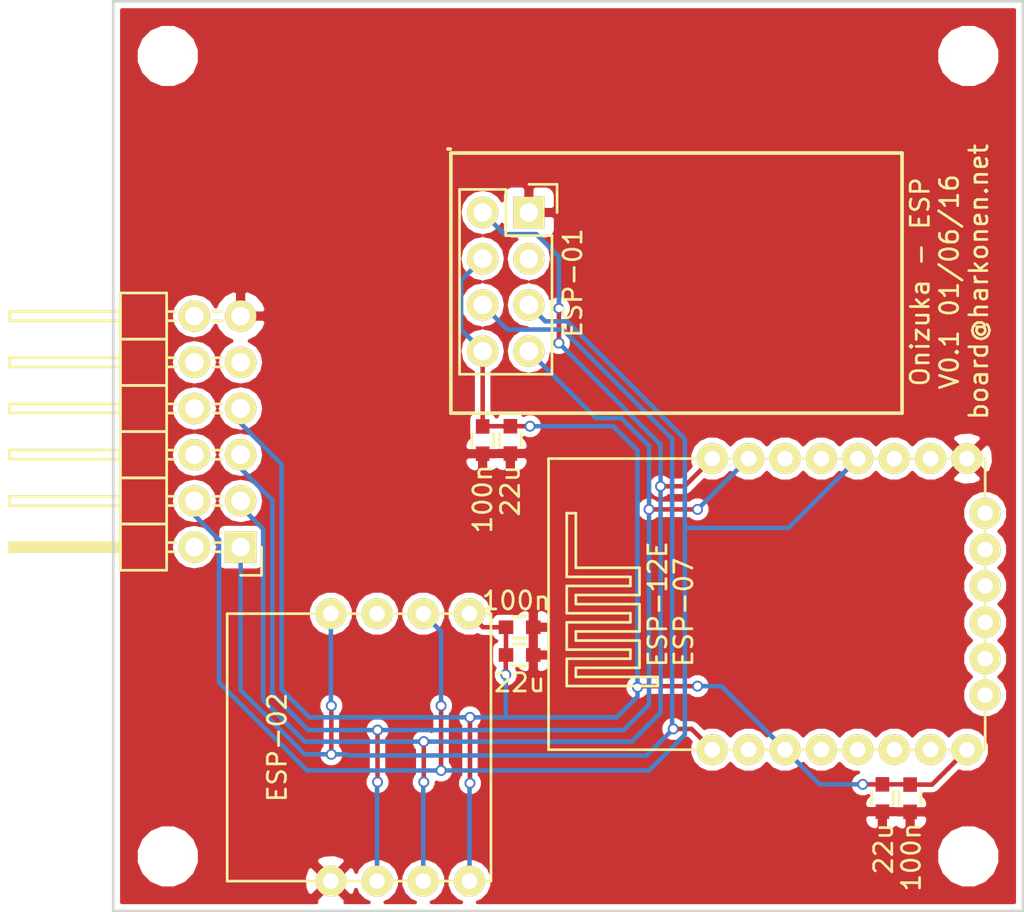
<source format=kicad_pcb>
(kicad_pcb (version 4) (host pcbnew "(2016-06-01 BZR 6870, Git 0ccd3bb)-product")

  (general
    (links 33)
    (no_connects 1)
    (area 14.924999 14.924999 65.075001 65.075001)
    (thickness 1.6)
    (drawings 11)
    (tracks 150)
    (zones 0)
    (modules 14)
    (nets 7)
  )

  (page A4)
  (layers
    (0 F.Cu signal)
    (31 B.Cu signal)
    (32 B.Adhes user)
    (33 F.Adhes user)
    (34 B.Paste user)
    (35 F.Paste user)
    (36 B.SilkS user)
    (37 F.SilkS user)
    (38 B.Mask user)
    (39 F.Mask user)
    (40 Dwgs.User user)
    (41 Cmts.User user)
    (42 Eco1.User user)
    (43 Eco2.User user)
    (44 Edge.Cuts user)
    (45 Margin user)
    (46 B.CrtYd user)
    (47 F.CrtYd user)
    (48 B.Fab user)
    (49 F.Fab user)
  )

  (setup
    (last_trace_width 0.25)
    (trace_clearance 0.2)
    (zone_clearance 0.3)
    (zone_45_only no)
    (trace_min 0.2)
    (segment_width 0.2)
    (edge_width 0.15)
    (via_size 0.6)
    (via_drill 0.4)
    (via_min_size 0.4)
    (via_min_drill 0.3)
    (uvia_size 0.3)
    (uvia_drill 0.1)
    (uvias_allowed no)
    (uvia_min_size 0.2)
    (uvia_min_drill 0.1)
    (pcb_text_width 0.3)
    (pcb_text_size 1.5 1.5)
    (mod_edge_width 0.15)
    (mod_text_size 1 1)
    (mod_text_width 0.15)
    (pad_size 1.524 1.524)
    (pad_drill 0.762)
    (pad_to_mask_clearance 0)
    (aux_axis_origin 0 0)
    (visible_elements 7FFFFF7F)
    (pcbplotparams
      (layerselection 0x00030_80000001)
      (usegerberextensions false)
      (excludeedgelayer true)
      (linewidth 0.100000)
      (plotframeref false)
      (viasonmask false)
      (mode 1)
      (useauxorigin false)
      (hpglpennumber 1)
      (hpglpenspeed 20)
      (hpglpendiameter 15)
      (psnegative false)
      (psa4output false)
      (plotreference true)
      (plotvalue true)
      (plotinvisibletext false)
      (padsonsilk false)
      (subtractmaskfromsilk false)
      (outputformat 1)
      (mirror false)
      (drillshape 1)
      (scaleselection 1)
      (outputdirectory ""))
  )

  (net 0 "")
  (net 1 GND)
  (net 2 /DTR)
  (net 3 VCC)
  (net 4 /TXD)
  (net 5 /RXD)
  (net 6 /RTS)

  (net_class Default "This is the default net class."
    (clearance 0.2)
    (trace_width 0.25)
    (via_dia 0.6)
    (via_drill 0.4)
    (uvia_dia 0.3)
    (uvia_drill 0.1)
    (add_net /DTR)
    (add_net /RTS)
    (add_net /RXD)
    (add_net /TXD)
    (add_net GND)
    (add_net VCC)
  )

  (module ESP:ESP-02-Program (layer F.Cu) (tedit 57506380) (tstamp 57504AB4)
    (at 28.5115 56.007 90)
    (path /57503D8B)
    (fp_text reference U3 (at 0 10.16 90) (layer F.SilkS) hide
      (effects (font (size 1 1) (thickness 0.15)))
    )
    (fp_text value ESP-02 (at 0 -10.16 90) (layer F.Fab) hide
      (effects (font (size 1 1) (thickness 0.15)))
    )
    (fp_text user ESP-02 (at 0 -4.5 90) (layer F.SilkS)
      (effects (font (size 1 1) (thickness 0.15)))
    )
    (fp_line (start 7.35 -7.25) (end 7.35 7.25) (layer F.SilkS) (width 0.15))
    (fp_line (start 7.35 7.25) (end -7.35 7.25) (layer F.SilkS) (width 0.15))
    (fp_line (start -7.35 7.25) (end -7.35 -7.25) (layer F.SilkS) (width 0.15))
    (fp_line (start -7.35 -7.25) (end 7.35 -7.25) (layer F.SilkS) (width 0.15))
    (pad 8 thru_hole circle (at 7.35 -1.55 90) (size 1.7 1.7) (drill 0.85) (layers *.Cu *.Mask F.SilkS)
      (net 6 /RTS))
    (pad 1 thru_hole circle (at -7.35 -1.55 90) (size 1.7 1.7) (drill 0.85) (layers *.Cu *.Mask F.SilkS)
      (net 1 GND))
    (pad 2 thru_hole circle (at -7.35 0.99 90) (size 1.7 1.7) (drill 0.85) (layers *.Cu *.Mask F.SilkS)
      (net 4 /TXD))
    (pad 3 thru_hole circle (at -7.35 3.53 90) (size 1.7 1.7) (drill 0.85) (layers *.Cu *.Mask F.SilkS)
      (net 5 /RXD))
    (pad 4 thru_hole circle (at -7.35 6.07 90) (size 1.7 1.7) (drill 0.85) (layers *.Cu *.Mask F.SilkS)
      (net 3 VCC))
    (pad 7 thru_hole circle (at 7.35 0.99 90) (size 1.7 1.7) (drill 0.85) (layers *.Cu *.Mask F.SilkS))
    (pad 6 thru_hole circle (at 7.35 3.53 90) (size 1.7 1.7) (drill 0.85) (layers *.Cu *.Mask F.SilkS)
      (net 2 /DTR))
    (pad 5 thru_hole circle (at 7.35 6.07 90) (size 1.7 1.7) (drill 0.85) (layers *.Cu *.Mask F.SilkS)
      (net 3 VCC))
  )

  (module Socket_Strips:Socket_Strip_Straight_2x04 (layer F.Cu) (tedit 5750652B) (tstamp 5744F0BE)
    (at 37.846 26.6065 270)
    (descr "Through hole socket strip")
    (tags "socket strip")
    (path /5744EDC6)
    (fp_text reference U1 (at 0 -5.1 270) (layer F.SilkS) hide
      (effects (font (size 1 1) (thickness 0.15)))
    )
    (fp_text value ESP-01 (at 3.8735 -2.413 90) (layer F.SilkS)
      (effects (font (size 1 1) (thickness 0.15)))
    )
    (fp_line (start -1.75 -1.75) (end -1.75 4.3) (layer F.CrtYd) (width 0.05))
    (fp_line (start 9.4 -1.75) (end 9.4 4.3) (layer F.CrtYd) (width 0.05))
    (fp_line (start -1.75 -1.75) (end 9.4 -1.75) (layer F.CrtYd) (width 0.05))
    (fp_line (start -1.75 4.3) (end 9.4 4.3) (layer F.CrtYd) (width 0.05))
    (fp_line (start 1.27 -1.27) (end 8.89 -1.27) (layer F.SilkS) (width 0.15))
    (fp_line (start 8.89 -1.27) (end 8.89 3.81) (layer F.SilkS) (width 0.15))
    (fp_line (start 8.89 3.81) (end -1.27 3.81) (layer F.SilkS) (width 0.15))
    (fp_line (start -1.27 3.81) (end -1.27 1.27) (layer F.SilkS) (width 0.15))
    (fp_line (start 0 -1.55) (end -1.55 -1.55) (layer F.SilkS) (width 0.15))
    (fp_line (start -1.27 1.27) (end 1.27 1.27) (layer F.SilkS) (width 0.15))
    (fp_line (start 1.27 1.27) (end 1.27 -1.27) (layer F.SilkS) (width 0.15))
    (fp_line (start -1.55 -1.55) (end -1.55 0) (layer F.SilkS) (width 0.15))
    (pad 1 thru_hole rect (at 0 0 270) (size 1.7272 1.7272) (drill 1.016) (layers *.Cu *.Mask F.SilkS)
      (net 1 GND))
    (pad 2 thru_hole oval (at 0 2.54 270) (size 1.7272 1.7272) (drill 1.016) (layers *.Cu *.Mask F.SilkS)
      (net 5 /RXD))
    (pad 3 thru_hole oval (at 2.54 0 270) (size 1.7272 1.7272) (drill 1.016) (layers *.Cu *.Mask F.SilkS))
    (pad 4 thru_hole oval (at 2.54 2.54 270) (size 1.7272 1.7272) (drill 1.016) (layers *.Cu *.Mask F.SilkS)
      (net 3 VCC))
    (pad 5 thru_hole oval (at 5.08 0 270) (size 1.7272 1.7272) (drill 1.016) (layers *.Cu *.Mask F.SilkS)
      (net 2 /DTR))
    (pad 6 thru_hole oval (at 5.08 2.54 270) (size 1.7272 1.7272) (drill 1.016) (layers *.Cu *.Mask F.SilkS)
      (net 6 /RTS))
    (pad 7 thru_hole oval (at 7.62 0 270) (size 1.7272 1.7272) (drill 1.016) (layers *.Cu *.Mask F.SilkS)
      (net 4 /TXD))
    (pad 8 thru_hole oval (at 7.62 2.54 270) (size 1.7272 1.7272) (drill 1.016) (layers *.Cu *.Mask F.SilkS)
      (net 3 VCC))
    (model Socket_Strips.3dshapes/Socket_Strip_Straight_2x04.wrl
      (at (xyz 0.15 -0.05 0))
      (scale (xyz 1 1 1))
      (rotate (xyz 0 0 180))
    )
    (model ${KIPRJMOD}/hark-kicad/esp.pretty/esp-01.wrl
      (at (xyz 0.15 -0.05 0.34))
      (scale (xyz 1 1 1))
      (rotate (xyz 0 0 0))
    )
  )

  (module Mounting_Holes:MountingHole_2.7mm_M2.5 (layer F.Cu) (tedit 575069E0) (tstamp 57506D4E)
    (at 18 18)
    (descr "Mounting Hole 2.7mm, no annular, M2.5")
    (tags "mounting hole 2.7mm no annular m2.5")
    (fp_text reference REF** (at 0 -3.7) (layer F.SilkS) hide
      (effects (font (size 1 1) (thickness 0.15)))
    )
    (fp_text value MountingHole_2.7mm_M2.5 (at 0 3.7) (layer F.Fab) hide
      (effects (font (size 1 1) (thickness 0.15)))
    )
    (fp_circle (center 0 0) (end 2.7 0) (layer Cmts.User) (width 0.15))
    (fp_circle (center 0 0) (end 2.95 0) (layer F.CrtYd) (width 0.05))
    (pad 1 np_thru_hole circle (at 0 0) (size 2.7 2.7) (drill 2.7) (layers *.Cu *.Mask F.SilkS))
  )

  (module Mounting_Holes:MountingHole_2.7mm_M2.5 (layer F.Cu) (tedit 575069D7) (tstamp 57506D47)
    (at 18 62)
    (descr "Mounting Hole 2.7mm, no annular, M2.5")
    (tags "mounting hole 2.7mm no annular m2.5")
    (fp_text reference REF** (at 0 -3.7) (layer F.SilkS) hide
      (effects (font (size 1 1) (thickness 0.15)))
    )
    (fp_text value MountingHole_2.7mm_M2.5 (at 0 3.7) (layer F.Fab) hide
      (effects (font (size 1 1) (thickness 0.15)))
    )
    (fp_circle (center 0 0) (end 2.7 0) (layer Cmts.User) (width 0.15))
    (fp_circle (center 0 0) (end 2.95 0) (layer F.CrtYd) (width 0.05))
    (pad 1 np_thru_hole circle (at 0 0) (size 2.7 2.7) (drill 2.7) (layers *.Cu *.Mask F.SilkS))
  )

  (module Mounting_Holes:MountingHole_2.7mm_M2.5 (layer F.Cu) (tedit 575069D1) (tstamp 57506D40)
    (at 62 62)
    (descr "Mounting Hole 2.7mm, no annular, M2.5")
    (tags "mounting hole 2.7mm no annular m2.5")
    (fp_text reference REF** (at 0 -3.7) (layer F.SilkS) hide
      (effects (font (size 1 1) (thickness 0.15)))
    )
    (fp_text value MountingHole_2.7mm_M2.5 (at 0 3.7) (layer F.Fab) hide
      (effects (font (size 1 1) (thickness 0.15)))
    )
    (fp_circle (center 0 0) (end 2.7 0) (layer Cmts.User) (width 0.15))
    (fp_circle (center 0 0) (end 2.95 0) (layer F.CrtYd) (width 0.05))
    (pad 1 np_thru_hole circle (at 0 0) (size 2.7 2.7) (drill 2.7) (layers *.Cu *.Mask F.SilkS))
  )

  (module Capacitors_SMD:C_0603 (layer F.Cu) (tedit 57506976) (tstamp 5744C2CA)
    (at 35.306 39.116 270)
    (descr "Capacitor SMD 0603, reflow soldering, AVX (see smccp.pdf)")
    (tags "capacitor 0603")
    (path /5744C310)
    (attr smd)
    (fp_text reference C1 (at 0 -1.9 270) (layer F.SilkS) hide
      (effects (font (size 1 1) (thickness 0.15)))
    )
    (fp_text value 100n (at 3.2385 0 270) (layer F.SilkS)
      (effects (font (size 1 1) (thickness 0.15)))
    )
    (fp_line (start -1.45 -0.75) (end 1.45 -0.75) (layer F.CrtYd) (width 0.05))
    (fp_line (start -1.45 0.75) (end 1.45 0.75) (layer F.CrtYd) (width 0.05))
    (fp_line (start -1.45 -0.75) (end -1.45 0.75) (layer F.CrtYd) (width 0.05))
    (fp_line (start 1.45 -0.75) (end 1.45 0.75) (layer F.CrtYd) (width 0.05))
    (fp_line (start -0.35 -0.6) (end 0.35 -0.6) (layer F.SilkS) (width 0.15))
    (fp_line (start 0.35 0.6) (end -0.35 0.6) (layer F.SilkS) (width 0.15))
    (pad 1 smd rect (at -0.75 0 270) (size 0.8 0.75) (layers F.Cu F.Paste F.Mask)
      (net 3 VCC))
    (pad 2 smd rect (at 0.75 0 270) (size 0.8 0.75) (layers F.Cu F.Paste F.Mask)
      (net 1 GND))
    (model Capacitors_SMD.3dshapes/C_0603.wrl
      (at (xyz 0 0 0))
      (scale (xyz 1 1 1))
      (rotate (xyz 0 0 0))
    )
  )

  (module Capacitors_SMD:C_0603 (layer F.Cu) (tedit 57506979) (tstamp 5744C2D6)
    (at 36.83 39.104 270)
    (descr "Capacitor SMD 0603, reflow soldering, AVX (see smccp.pdf)")
    (tags "capacitor 0603")
    (path /5744C334)
    (attr smd)
    (fp_text reference C2 (at 0 -1.9 270) (layer F.SilkS) hide
      (effects (font (size 1 1) (thickness 0.15)))
    )
    (fp_text value 22u (at 2.806 0 270) (layer F.SilkS)
      (effects (font (size 1 1) (thickness 0.15)))
    )
    (fp_line (start -1.45 -0.75) (end 1.45 -0.75) (layer F.CrtYd) (width 0.05))
    (fp_line (start -1.45 0.75) (end 1.45 0.75) (layer F.CrtYd) (width 0.05))
    (fp_line (start -1.45 -0.75) (end -1.45 0.75) (layer F.CrtYd) (width 0.05))
    (fp_line (start 1.45 -0.75) (end 1.45 0.75) (layer F.CrtYd) (width 0.05))
    (fp_line (start -0.35 -0.6) (end 0.35 -0.6) (layer F.SilkS) (width 0.15))
    (fp_line (start 0.35 0.6) (end -0.35 0.6) (layer F.SilkS) (width 0.15))
    (pad 1 smd rect (at -0.75 0 270) (size 0.8 0.75) (layers F.Cu F.Paste F.Mask)
      (net 3 VCC))
    (pad 2 smd rect (at 0.75 0 270) (size 0.8 0.75) (layers F.Cu F.Paste F.Mask)
      (net 1 GND))
    (model Capacitors_SMD.3dshapes/C_0603.wrl
      (at (xyz 0 0 0))
      (scale (xyz 1 1 1))
      (rotate (xyz 0 0 0))
    )
  )

  (module Capacitors_SMD:C_0603 (layer F.Cu) (tedit 57506B8F) (tstamp 5744F09A)
    (at 57.277 58.789 270)
    (descr "Capacitor SMD 0603, reflow soldering, AVX (see smccp.pdf)")
    (tags "capacitor 0603")
    (path /5744F3B0)
    (attr smd)
    (fp_text reference C3 (at 0 -1.9 270) (layer F.SilkS) hide
      (effects (font (size 1 1) (thickness 0.15)))
    )
    (fp_text value 22u (at 2.794 -0.0635 270) (layer F.SilkS)
      (effects (font (size 1 1) (thickness 0.15)))
    )
    (fp_line (start -1.45 -0.75) (end 1.45 -0.75) (layer F.CrtYd) (width 0.05))
    (fp_line (start -1.45 0.75) (end 1.45 0.75) (layer F.CrtYd) (width 0.05))
    (fp_line (start -1.45 -0.75) (end -1.45 0.75) (layer F.CrtYd) (width 0.05))
    (fp_line (start 1.45 -0.75) (end 1.45 0.75) (layer F.CrtYd) (width 0.05))
    (fp_line (start -0.35 -0.6) (end 0.35 -0.6) (layer F.SilkS) (width 0.15))
    (fp_line (start 0.35 0.6) (end -0.35 0.6) (layer F.SilkS) (width 0.15))
    (pad 1 smd rect (at -0.75 0 270) (size 0.8 0.75) (layers F.Cu F.Paste F.Mask)
      (net 3 VCC))
    (pad 2 smd rect (at 0.75 0 270) (size 0.8 0.75) (layers F.Cu F.Paste F.Mask)
      (net 1 GND))
    (model Capacitors_SMD.3dshapes/C_0603.wrl
      (at (xyz 0 0 0))
      (scale (xyz 1 1 1))
      (rotate (xyz 0 0 0))
    )
  )

  (module Capacitors_SMD:C_0603 (layer F.Cu) (tedit 57506B92) (tstamp 5744F0A6)
    (at 58.801 58.801 270)
    (descr "Capacitor SMD 0603, reflow soldering, AVX (see smccp.pdf)")
    (tags "capacitor 0603")
    (path /5744F3AA)
    (attr smd)
    (fp_text reference C4 (at 0 -1.9 270) (layer F.SilkS) hide
      (effects (font (size 1 1) (thickness 0.15)))
    )
    (fp_text value 100n (at 3.2385 -0.0635 270) (layer F.SilkS)
      (effects (font (size 1 1) (thickness 0.15)))
    )
    (fp_line (start -1.45 -0.75) (end 1.45 -0.75) (layer F.CrtYd) (width 0.05))
    (fp_line (start -1.45 0.75) (end 1.45 0.75) (layer F.CrtYd) (width 0.05))
    (fp_line (start -1.45 -0.75) (end -1.45 0.75) (layer F.CrtYd) (width 0.05))
    (fp_line (start 1.45 -0.75) (end 1.45 0.75) (layer F.CrtYd) (width 0.05))
    (fp_line (start -0.35 -0.6) (end 0.35 -0.6) (layer F.SilkS) (width 0.15))
    (fp_line (start 0.35 0.6) (end -0.35 0.6) (layer F.SilkS) (width 0.15))
    (pad 1 smd rect (at -0.75 0 270) (size 0.8 0.75) (layers F.Cu F.Paste F.Mask)
      (net 3 VCC))
    (pad 2 smd rect (at 0.75 0 270) (size 0.8 0.75) (layers F.Cu F.Paste F.Mask)
      (net 1 GND))
    (model Capacitors_SMD.3dshapes/C_0603.wrl
      (at (xyz 0 0 0))
      (scale (xyz 1 1 1))
      (rotate (xyz 0 0 0))
    )
  )

  (module Capacitors_SMD:C_0603 (layer F.Cu) (tedit 5750499E) (tstamp 57504B38)
    (at 37.338 49.403)
    (descr "Capacitor SMD 0603, reflow soldering, AVX (see smccp.pdf)")
    (tags "capacitor 0603")
    (path /575039B6)
    (attr smd)
    (fp_text reference C6 (at 0 -1.9) (layer F.SilkS) hide
      (effects (font (size 1 1) (thickness 0.15)))
    )
    (fp_text value 100n (at -0.1905 -1.4605) (layer F.SilkS)
      (effects (font (size 1 1) (thickness 0.15)))
    )
    (fp_line (start -1.45 -0.75) (end 1.45 -0.75) (layer F.CrtYd) (width 0.05))
    (fp_line (start -1.45 0.75) (end 1.45 0.75) (layer F.CrtYd) (width 0.05))
    (fp_line (start -1.45 -0.75) (end -1.45 0.75) (layer F.CrtYd) (width 0.05))
    (fp_line (start 1.45 -0.75) (end 1.45 0.75) (layer F.CrtYd) (width 0.05))
    (fp_line (start -0.35 -0.6) (end 0.35 -0.6) (layer F.SilkS) (width 0.15))
    (fp_line (start 0.35 0.6) (end -0.35 0.6) (layer F.SilkS) (width 0.15))
    (pad 1 smd rect (at -0.75 0) (size 0.8 0.75) (layers F.Cu F.Paste F.Mask)
      (net 3 VCC))
    (pad 2 smd rect (at 0.75 0) (size 0.8 0.75) (layers F.Cu F.Paste F.Mask)
      (net 1 GND))
    (model Capacitors_SMD.3dshapes/C_0603.wrl
      (at (xyz 0 0 0))
      (scale (xyz 1 1 1))
      (rotate (xyz 0 0 0))
    )
  )

  (module Capacitors_SMD:C_0603 (layer F.Cu) (tedit 57504998) (tstamp 57504B5A)
    (at 37.338 50.927)
    (descr "Capacitor SMD 0603, reflow soldering, AVX (see smccp.pdf)")
    (tags "capacitor 0603")
    (path /575039C1)
    (attr smd)
    (fp_text reference C7 (at 0 -1.9) (layer F.SilkS) hide
      (effects (font (size 1 1) (thickness 0.15)))
    )
    (fp_text value 22u (at 0 1.524) (layer F.SilkS)
      (effects (font (size 1 1) (thickness 0.15)))
    )
    (fp_line (start -1.45 -0.75) (end 1.45 -0.75) (layer F.CrtYd) (width 0.05))
    (fp_line (start -1.45 0.75) (end 1.45 0.75) (layer F.CrtYd) (width 0.05))
    (fp_line (start -1.45 -0.75) (end -1.45 0.75) (layer F.CrtYd) (width 0.05))
    (fp_line (start 1.45 -0.75) (end 1.45 0.75) (layer F.CrtYd) (width 0.05))
    (fp_line (start -0.35 -0.6) (end 0.35 -0.6) (layer F.SilkS) (width 0.15))
    (fp_line (start 0.35 0.6) (end -0.35 0.6) (layer F.SilkS) (width 0.15))
    (pad 1 smd rect (at -0.75 0) (size 0.8 0.75) (layers F.Cu F.Paste F.Mask)
      (net 3 VCC))
    (pad 2 smd rect (at 0.75 0) (size 0.8 0.75) (layers F.Cu F.Paste F.Mask)
      (net 1 GND))
    (model Capacitors_SMD.3dshapes/C_0603.wrl
      (at (xyz 0 0 0))
      (scale (xyz 1 1 1))
      (rotate (xyz 0 0 0))
    )
  )

  (module Pin_Headers:Pin_Header_Angled_2x06 (layer F.Cu) (tedit 57506374) (tstamp 57505496)
    (at 22 45 180)
    (descr "Through hole pin header")
    (tags "pin header")
    (path /5750A0BC)
    (fp_text reference P1 (at 0 -5.1 180) (layer F.SilkS) hide
      (effects (font (size 1 1) (thickness 0.15)))
    )
    (fp_text value FTDI_CONN (at 0 -3.1 180) (layer F.Fab) hide
      (effects (font (size 1 1) (thickness 0.15)))
    )
    (fp_line (start -1.35 -1.75) (end -1.35 14.45) (layer F.CrtYd) (width 0.05))
    (fp_line (start 13.2 -1.75) (end 13.2 14.45) (layer F.CrtYd) (width 0.05))
    (fp_line (start -1.35 -1.75) (end 13.2 -1.75) (layer F.CrtYd) (width 0.05))
    (fp_line (start -1.35 14.45) (end 13.2 14.45) (layer F.CrtYd) (width 0.05))
    (fp_line (start 1.524 12.446) (end 1.016 12.446) (layer F.SilkS) (width 0.15))
    (fp_line (start 1.524 12.954) (end 1.016 12.954) (layer F.SilkS) (width 0.15))
    (fp_line (start 1.524 10.414) (end 1.016 10.414) (layer F.SilkS) (width 0.15))
    (fp_line (start 1.524 9.906) (end 1.016 9.906) (layer F.SilkS) (width 0.15))
    (fp_line (start 1.524 7.874) (end 1.016 7.874) (layer F.SilkS) (width 0.15))
    (fp_line (start 1.524 7.366) (end 1.016 7.366) (layer F.SilkS) (width 0.15))
    (fp_line (start 1.524 -0.254) (end 1.016 -0.254) (layer F.SilkS) (width 0.15))
    (fp_line (start 1.524 0.254) (end 1.016 0.254) (layer F.SilkS) (width 0.15))
    (fp_line (start 1.524 5.334) (end 1.016 5.334) (layer F.SilkS) (width 0.15))
    (fp_line (start 1.524 4.826) (end 1.016 4.826) (layer F.SilkS) (width 0.15))
    (fp_line (start 1.524 2.794) (end 1.016 2.794) (layer F.SilkS) (width 0.15))
    (fp_line (start 1.524 2.286) (end 1.016 2.286) (layer F.SilkS) (width 0.15))
    (fp_line (start 4.064 12.954) (end 3.556 12.954) (layer F.SilkS) (width 0.15))
    (fp_line (start 4.064 12.446) (end 3.556 12.446) (layer F.SilkS) (width 0.15))
    (fp_line (start 4.064 10.414) (end 3.556 10.414) (layer F.SilkS) (width 0.15))
    (fp_line (start 4.064 9.906) (end 3.556 9.906) (layer F.SilkS) (width 0.15))
    (fp_line (start 4.064 -0.254) (end 3.556 -0.254) (layer F.SilkS) (width 0.15))
    (fp_line (start 4.064 0.254) (end 3.556 0.254) (layer F.SilkS) (width 0.15))
    (fp_line (start 4.064 2.286) (end 3.556 2.286) (layer F.SilkS) (width 0.15))
    (fp_line (start 4.064 2.794) (end 3.556 2.794) (layer F.SilkS) (width 0.15))
    (fp_line (start 4.064 7.874) (end 3.556 7.874) (layer F.SilkS) (width 0.15))
    (fp_line (start 4.064 7.366) (end 3.556 7.366) (layer F.SilkS) (width 0.15))
    (fp_line (start 4.064 5.334) (end 3.556 5.334) (layer F.SilkS) (width 0.15))
    (fp_line (start 4.064 4.826) (end 3.556 4.826) (layer F.SilkS) (width 0.15))
    (fp_line (start 0 -1.55) (end -1.15 -1.55) (layer F.SilkS) (width 0.15))
    (fp_line (start -1.15 -1.55) (end -1.15 0) (layer F.SilkS) (width 0.15))
    (fp_line (start 6.604 -0.127) (end 12.573 -0.127) (layer F.SilkS) (width 0.15))
    (fp_line (start 12.573 -0.127) (end 12.573 0.127) (layer F.SilkS) (width 0.15))
    (fp_line (start 12.573 0.127) (end 6.731 0.127) (layer F.SilkS) (width 0.15))
    (fp_line (start 6.731 0.127) (end 6.731 0) (layer F.SilkS) (width 0.15))
    (fp_line (start 6.731 0) (end 12.573 0) (layer F.SilkS) (width 0.15))
    (fp_line (start 4.064 8.89) (end 6.604 8.89) (layer F.SilkS) (width 0.15))
    (fp_line (start 4.064 8.89) (end 4.064 11.43) (layer F.SilkS) (width 0.15))
    (fp_line (start 4.064 11.43) (end 6.604 11.43) (layer F.SilkS) (width 0.15))
    (fp_line (start 6.604 9.906) (end 12.7 9.906) (layer F.SilkS) (width 0.15))
    (fp_line (start 12.7 9.906) (end 12.7 10.414) (layer F.SilkS) (width 0.15))
    (fp_line (start 12.7 10.414) (end 6.604 10.414) (layer F.SilkS) (width 0.15))
    (fp_line (start 6.604 11.43) (end 6.604 8.89) (layer F.SilkS) (width 0.15))
    (fp_line (start 6.604 13.97) (end 6.604 11.43) (layer F.SilkS) (width 0.15))
    (fp_line (start 12.7 12.954) (end 6.604 12.954) (layer F.SilkS) (width 0.15))
    (fp_line (start 12.7 12.446) (end 12.7 12.954) (layer F.SilkS) (width 0.15))
    (fp_line (start 6.604 12.446) (end 12.7 12.446) (layer F.SilkS) (width 0.15))
    (fp_line (start 4.064 11.43) (end 4.064 13.97) (layer F.SilkS) (width 0.15))
    (fp_line (start 4.064 11.43) (end 6.604 11.43) (layer F.SilkS) (width 0.15))
    (fp_line (start 4.064 13.97) (end 6.604 13.97) (layer F.SilkS) (width 0.15))
    (fp_line (start 4.064 3.81) (end 6.604 3.81) (layer F.SilkS) (width 0.15))
    (fp_line (start 4.064 3.81) (end 4.064 6.35) (layer F.SilkS) (width 0.15))
    (fp_line (start 4.064 6.35) (end 6.604 6.35) (layer F.SilkS) (width 0.15))
    (fp_line (start 6.604 4.826) (end 12.7 4.826) (layer F.SilkS) (width 0.15))
    (fp_line (start 12.7 4.826) (end 12.7 5.334) (layer F.SilkS) (width 0.15))
    (fp_line (start 12.7 5.334) (end 6.604 5.334) (layer F.SilkS) (width 0.15))
    (fp_line (start 6.604 6.35) (end 6.604 3.81) (layer F.SilkS) (width 0.15))
    (fp_line (start 6.604 8.89) (end 6.604 6.35) (layer F.SilkS) (width 0.15))
    (fp_line (start 12.7 7.874) (end 6.604 7.874) (layer F.SilkS) (width 0.15))
    (fp_line (start 12.7 7.366) (end 12.7 7.874) (layer F.SilkS) (width 0.15))
    (fp_line (start 6.604 7.366) (end 12.7 7.366) (layer F.SilkS) (width 0.15))
    (fp_line (start 4.064 8.89) (end 6.604 8.89) (layer F.SilkS) (width 0.15))
    (fp_line (start 4.064 6.35) (end 4.064 8.89) (layer F.SilkS) (width 0.15))
    (fp_line (start 4.064 6.35) (end 6.604 6.35) (layer F.SilkS) (width 0.15))
    (fp_line (start 4.064 1.27) (end 6.604 1.27) (layer F.SilkS) (width 0.15))
    (fp_line (start 4.064 1.27) (end 4.064 3.81) (layer F.SilkS) (width 0.15))
    (fp_line (start 4.064 3.81) (end 6.604 3.81) (layer F.SilkS) (width 0.15))
    (fp_line (start 6.604 2.286) (end 12.7 2.286) (layer F.SilkS) (width 0.15))
    (fp_line (start 12.7 2.286) (end 12.7 2.794) (layer F.SilkS) (width 0.15))
    (fp_line (start 12.7 2.794) (end 6.604 2.794) (layer F.SilkS) (width 0.15))
    (fp_line (start 6.604 3.81) (end 6.604 1.27) (layer F.SilkS) (width 0.15))
    (fp_line (start 6.604 1.27) (end 6.604 -1.27) (layer F.SilkS) (width 0.15))
    (fp_line (start 12.7 0.254) (end 6.604 0.254) (layer F.SilkS) (width 0.15))
    (fp_line (start 12.7 -0.254) (end 12.7 0.254) (layer F.SilkS) (width 0.15))
    (fp_line (start 6.604 -0.254) (end 12.7 -0.254) (layer F.SilkS) (width 0.15))
    (fp_line (start 4.064 1.27) (end 6.604 1.27) (layer F.SilkS) (width 0.15))
    (fp_line (start 4.064 -1.27) (end 4.064 1.27) (layer F.SilkS) (width 0.15))
    (fp_line (start 4.064 -1.27) (end 6.604 -1.27) (layer F.SilkS) (width 0.15))
    (pad 1 thru_hole rect (at 0 0 180) (size 1.7272 1.7272) (drill 1.016) (layers *.Cu *.Mask F.SilkS)
      (net 6 /RTS))
    (pad 2 thru_hole oval (at 2.54 0 180) (size 1.7272 1.7272) (drill 1.016) (layers *.Cu *.Mask F.SilkS))
    (pad 3 thru_hole oval (at 0 2.54 180) (size 1.7272 1.7272) (drill 1.016) (layers *.Cu *.Mask F.SilkS)
      (net 5 /RXD))
    (pad 4 thru_hole oval (at 2.54 2.54 180) (size 1.7272 1.7272) (drill 1.016) (layers *.Cu *.Mask F.SilkS)
      (net 2 /DTR))
    (pad 5 thru_hole oval (at 0 5.08 180) (size 1.7272 1.7272) (drill 1.016) (layers *.Cu *.Mask F.SilkS)
      (net 4 /TXD))
    (pad 6 thru_hole oval (at 2.54 5.08 180) (size 1.7272 1.7272) (drill 1.016) (layers *.Cu *.Mask F.SilkS))
    (pad 7 thru_hole oval (at 0 7.62 180) (size 1.7272 1.7272) (drill 1.016) (layers *.Cu *.Mask F.SilkS)
      (net 3 VCC))
    (pad 8 thru_hole oval (at 2.54 7.62 180) (size 1.7272 1.7272) (drill 1.016) (layers *.Cu *.Mask F.SilkS))
    (pad 9 thru_hole oval (at 0 10.16 180) (size 1.7272 1.7272) (drill 1.016) (layers *.Cu *.Mask F.SilkS))
    (pad 10 thru_hole oval (at 2.54 10.16 180) (size 1.7272 1.7272) (drill 1.016) (layers *.Cu *.Mask F.SilkS))
    (pad 11 thru_hole oval (at 0 12.7 180) (size 1.7272 1.7272) (drill 1.016) (layers *.Cu *.Mask F.SilkS)
      (net 1 GND))
    (pad 12 thru_hole oval (at 2.54 12.7 180) (size 1.7272 1.7272) (drill 1.016) (layers *.Cu *.Mask F.SilkS))
    (model Pin_Headers.3dshapes/Pin_Header_Angled_2x06.wrl
      (at (xyz 0.05 -0.25 0))
      (scale (xyz 1 1 1))
      (rotate (xyz 0 0 90))
    )
  )

  (module ESP:ESP-12E-Program (layer F.Cu) (tedit 575062BF) (tstamp 5744F0FA)
    (at 50.927 48.133 90)
    (path /5744F30D)
    (fp_text reference U2 (at -0.1 8.7 90) (layer F.SilkS) hide
      (effects (font (size 1 1) (thickness 0.15)))
    )
    (fp_text value ESP-12E (at 0 -6 90) (layer F.SilkS)
      (effects (font (size 1 1) (thickness 0.15)))
    )
    (fp_line (start -4.5 -6) (end -4.5 -11) (layer F.SilkS) (width 0.15))
    (fp_line (start -4.5 -11) (end -3 -11) (layer F.SilkS) (width 0.15))
    (fp_line (start -3 -11) (end -3 -7.5) (layer F.SilkS) (width 0.15))
    (fp_line (start -3 -7.5) (end -2.5 -7.5) (layer F.SilkS) (width 0.15))
    (fp_line (start -2.5 -7.5) (end -2.5 -11) (layer F.SilkS) (width 0.15))
    (fp_line (start -2.5 -11) (end -1 -11) (layer F.SilkS) (width 0.15))
    (fp_line (start -1 -11) (end -1 -7.5) (layer F.SilkS) (width 0.15))
    (fp_line (start -1 -7.5) (end -0.5 -7.5) (layer F.SilkS) (width 0.15))
    (fp_line (start -0.5 -7.5) (end -0.5 -11) (layer F.SilkS) (width 0.15))
    (fp_line (start -0.5 -11) (end 1 -11) (layer F.SilkS) (width 0.15))
    (fp_line (start 1 -11) (end 1 -7.5) (layer F.SilkS) (width 0.15))
    (fp_line (start 1 -7.5) (end 1.5 -7.5) (layer F.SilkS) (width 0.15))
    (fp_line (start 1.5 -7.5) (end 1.5 -11) (layer F.SilkS) (width 0.15))
    (fp_line (start 1.5 -11) (end 5 -11) (layer F.SilkS) (width 0.15))
    (fp_line (start 5 -11) (end 5 -10.5) (layer F.SilkS) (width 0.15))
    (fp_line (start 5 -10.5) (end 2 -10.5) (layer F.SilkS) (width 0.15))
    (fp_line (start 2 -10.5) (end 2 -7) (layer F.SilkS) (width 0.15))
    (fp_line (start 2 -7) (end 0.5 -7) (layer F.SilkS) (width 0.15))
    (fp_line (start 0.5 -7) (end 0.5 -10.5) (layer F.SilkS) (width 0.15))
    (fp_line (start 0.5 -10.5) (end 0 -10.5) (layer F.SilkS) (width 0.15))
    (fp_line (start 0 -10.5) (end 0 -7) (layer F.SilkS) (width 0.15))
    (fp_line (start 0 -7) (end -1.5 -7) (layer F.SilkS) (width 0.15))
    (fp_line (start -1.5 -7) (end -1.5 -10.5) (layer F.SilkS) (width 0.15))
    (fp_line (start -1.5 -10.5) (end -2 -10.5) (layer F.SilkS) (width 0.15))
    (fp_line (start -2 -10.5) (end -2 -7) (layer F.SilkS) (width 0.15))
    (fp_line (start -2 -7) (end -3.5 -7) (layer F.SilkS) (width 0.15))
    (fp_line (start -3.5 -7) (end -3.5 -10.5) (layer F.SilkS) (width 0.15))
    (fp_line (start -3.5 -10.5) (end -4 -10.5) (layer F.SilkS) (width 0.15))
    (fp_line (start -4 -10.5) (end -4 -6) (layer F.SilkS) (width 0.15))
    (fp_line (start -4 -6) (end -4.5 -6) (layer F.SilkS) (width 0.15))
    (fp_line (start -8 -12) (end 8 -12) (layer F.SilkS) (width 0.15))
    (fp_line (start 8 -12) (end 8 12) (layer F.SilkS) (width 0.15))
    (fp_line (start 8 12) (end -8 12) (layer F.SilkS) (width 0.15))
    (fp_line (start -8 12) (end -8 -12) (layer F.SilkS) (width 0.15))
    (pad 9 thru_hole circle (at -5 12 90) (size 1.7 1.7) (drill 0.85) (layers *.Cu *.Mask F.SilkS))
    (pad 1 thru_hole circle (at -8 -3 90) (size 1.7 1.7) (drill 0.85) (layers *.Cu *.Mask F.SilkS)
      (net 6 /RTS))
    (pad 15 thru_hole circle (at 8 11 90) (size 1.7 1.7) (drill 0.85) (layers *.Cu *.Mask F.SilkS)
      (net 1 GND))
    (pad 2 thru_hole circle (at -8 -1 90) (size 1.7 1.7) (drill 0.85) (layers *.Cu *.Mask F.SilkS))
    (pad 3 thru_hole circle (at -8 1 90) (size 1.7 1.7) (drill 0.85) (layers *.Cu *.Mask F.SilkS)
      (net 3 VCC))
    (pad 4 thru_hole circle (at -8 3 90) (size 1.7 1.7) (drill 0.85) (layers *.Cu *.Mask F.SilkS))
    (pad 5 thru_hole circle (at -8 5 90) (size 1.7 1.7) (drill 0.85) (layers *.Cu *.Mask F.SilkS))
    (pad 6 thru_hole circle (at -8 7 90) (size 1.7 1.7) (drill 0.85) (layers *.Cu *.Mask F.SilkS))
    (pad 7 thru_hole circle (at -8 9 90) (size 1.7 1.7) (drill 0.85) (layers *.Cu *.Mask F.SilkS))
    (pad 8 thru_hole circle (at -8 11 90) (size 1.7 1.7) (drill 0.85) (layers *.Cu *.Mask F.SilkS)
      (net 3 VCC))
    (pad 16 thru_hole circle (at 8 9 90) (size 1.7 1.7) (drill 0.85) (layers *.Cu *.Mask F.SilkS))
    (pad 17 thru_hole circle (at 8 7 90) (size 1.7 1.7) (drill 0.85) (layers *.Cu *.Mask F.SilkS))
    (pad 18 thru_hole circle (at 8 5 90) (size 1.7 1.7) (drill 0.85) (layers *.Cu *.Mask F.SilkS)
      (net 2 /DTR))
    (pad 19 thru_hole circle (at 8 3 90) (size 1.7 1.7) (drill 0.85) (layers *.Cu *.Mask F.SilkS))
    (pad 20 thru_hole circle (at 8 1 90) (size 1.7 1.7) (drill 0.85) (layers *.Cu *.Mask F.SilkS))
    (pad 21 thru_hole circle (at 8 -1 90) (size 1.7 1.7) (drill 0.85) (layers *.Cu *.Mask F.SilkS)
      (net 4 /TXD))
    (pad 22 thru_hole circle (at 8 -3 90) (size 1.7 1.7) (drill 0.85) (layers *.Cu *.Mask F.SilkS)
      (net 5 /RXD))
    (pad 10 thru_hole circle (at -3 12 90) (size 1.7 1.7) (drill 0.85) (layers *.Cu *.Mask F.SilkS))
    (pad 11 thru_hole circle (at -1 12 90) (size 1.7 1.7) (drill 0.85) (layers *.Cu *.Mask F.SilkS))
    (pad 12 thru_hole circle (at 1 12 90) (size 1.7 1.7) (drill 0.85) (layers *.Cu *.Mask F.SilkS))
    (pad 13 thru_hole circle (at 3 12 90) (size 1.7 1.7) (drill 0.85) (layers *.Cu *.Mask F.SilkS))
    (pad 14 thru_hole circle (at 5 12 90) (size 1.7 1.7) (drill 0.85) (layers *.Cu *.Mask F.SilkS))
  )

  (module Mounting_Holes:MountingHole_2.7mm_M2.5 (layer F.Cu) (tedit 575069E5) (tstamp 57506D37)
    (at 62 18)
    (descr "Mounting Hole 2.7mm, no annular, M2.5")
    (tags "mounting hole 2.7mm no annular m2.5")
    (fp_text reference REF** (at 0 -3.7) (layer F.SilkS) hide
      (effects (font (size 1 1) (thickness 0.15)))
    )
    (fp_text value MountingHole_2.7mm_M2.5 (at 0 3.7) (layer F.Fab) hide
      (effects (font (size 1 1) (thickness 0.15)))
    )
    (fp_circle (center 0 0) (end 2.7 0) (layer Cmts.User) (width 0.15))
    (fp_circle (center 0 0) (end 2.95 0) (layer F.CrtYd) (width 0.05))
    (pad 1 np_thru_hole circle (at 0 0) (size 2.7 2.7) (drill 2.7) (layers *.Cu *.Mask F.SilkS))
  )

  (gr_text ESP-07 (at 46.355 48.5775 90) (layer F.SilkS)
    (effects (font (size 1 1) (thickness 0.15)))
  )
  (gr_line (start 33.528 23.114) (end 33.401 23.114) (angle 90) (layer F.SilkS) (width 0.2))
  (gr_line (start 33.5585 37.635) (end 33.5585 23.335) (angle 90) (layer F.SilkS) (width 0.2))
  (gr_line (start 58.3585 37.635) (end 33.5585 37.635) (angle 90) (layer F.SilkS) (width 0.2))
  (gr_line (start 58.3585 23.335) (end 58.3585 37.635) (angle 90) (layer F.SilkS) (width 0.2))
  (gr_line (start 33.5585 23.335) (end 58.3585 23.335) (angle 90) (layer F.SilkS) (width 0.2))
  (gr_text "Onizuka - ESP\nV0.1 01/06/16\nboard@harkonen.net" (at 60.96 30.4165 90) (layer F.SilkS)
    (effects (font (size 1 1) (thickness 0.15)))
  )
  (gr_line (start 15 15) (end 65 15) (angle 90) (layer Edge.Cuts) (width 0.15))
  (gr_line (start 15 65) (end 15 15) (angle 90) (layer Edge.Cuts) (width 0.15))
  (gr_line (start 65 65) (end 15 65) (angle 90) (layer Edge.Cuts) (width 0.15))
  (gr_line (start 65 15) (end 65 65) (angle 90) (layer Edge.Cuts) (width 0.15))

  (segment (start 19.46 42.46) (end 19.46 43.24087) (width 0.25) (layer B.Cu) (net 2))
  (segment (start 19.46 43.24087) (end 20.811399 44.592269) (width 0.25) (layer B.Cu) (net 2))
  (segment (start 20.811399 44.592269) (end 20.811399 52.434399) (width 0.25) (layer B.Cu) (net 2))
  (segment (start 20.811399 52.434399) (end 25.654 57.277) (width 0.25) (layer B.Cu) (net 2))
  (segment (start 46.4185 39.0525) (end 39.953889 32.587889) (width 0.25) (layer B.Cu) (net 2))
  (segment (start 39.953889 32.587889) (end 38.747389 32.587889) (width 0.25) (layer B.Cu) (net 2))
  (segment (start 38.747389 32.587889) (end 38.709599 32.550099) (width 0.25) (layer B.Cu) (net 2))
  (segment (start 38.709599 32.550099) (end 37.846 31.6865) (width 0.25) (layer B.Cu) (net 2))
  (segment (start 33.02 53.721) (end 33.02 57.277) (width 0.25) (layer F.Cu) (net 2))
  (via (at 33.02 57.277) (size 0.6) (drill 0.4) (layers F.Cu B.Cu) (net 2))
  (segment (start 32.0415 48.657) (end 33.02 49.6355) (width 0.25) (layer B.Cu) (net 2))
  (segment (start 33.02 49.6355) (end 33.02 53.721) (width 0.25) (layer B.Cu) (net 2))
  (via (at 33.02 53.721) (size 0.6) (drill 0.4) (layers F.Cu B.Cu) (net 2))
  (segment (start 46.4185 43.942) (end 52.118 43.942) (width 0.25) (layer B.Cu) (net 2))
  (segment (start 52.118 43.942) (end 55.927 40.133) (width 0.25) (layer B.Cu) (net 2) (tstamp 57506EC7))
  (segment (start 46.4185 43.942) (end 46.4185 39.0525) (width 0.25) (layer B.Cu) (net 2))
  (segment (start 33.02 57.277) (end 44.45 57.277) (width 0.25) (layer B.Cu) (net 2))
  (segment (start 46.4185 55.3085) (end 46.4185 43.942) (width 0.25) (layer B.Cu) (net 2) (tstamp 57506E39))
  (segment (start 44.45 57.277) (end 46.4185 55.3085) (width 0.25) (layer B.Cu) (net 2) (tstamp 57506E37))
  (segment (start 25.654 57.277) (end 33.02 57.277) (width 0.25) (layer B.Cu) (net 2))
  (segment (start 34.6075 57.9755) (end 34.6075 57.551236) (width 0.25) (layer F.Cu) (net 3))
  (segment (start 34.6075 57.551236) (end 34.6075 54.356) (width 0.25) (layer F.Cu) (net 3))
  (segment (start 34.5815 63.357) (end 34.5815 58.0015) (width 0.25) (layer B.Cu) (net 3))
  (segment (start 34.5815 58.0015) (end 34.6075 57.9755) (width 0.25) (layer B.Cu) (net 3))
  (via (at 34.6075 57.9755) (size 0.6) (drill 0.4) (layers F.Cu B.Cu) (net 3))
  (segment (start 35.306 38.366) (end 35.306 37.716) (width 0.25) (layer F.Cu) (net 3))
  (segment (start 35.306 37.716) (end 35.306 34.2265) (width 0.25) (layer F.Cu) (net 3))
  (segment (start 36.83 38.354) (end 35.318 38.354) (width 0.25) (layer F.Cu) (net 3))
  (segment (start 35.318 38.354) (end 35.306 38.366) (width 0.25) (layer F.Cu) (net 3))
  (segment (start 37.9095 38.354) (end 36.83 38.354) (width 0.25) (layer F.Cu) (net 3))
  (segment (start 43.561 39.4335) (end 42.4815 38.354) (width 0.25) (layer B.Cu) (net 3))
  (segment (start 42.4815 38.354) (end 37.9095 38.354) (width 0.25) (layer B.Cu) (net 3))
  (via (at 37.9095 38.354) (size 0.6) (drill 0.4) (layers F.Cu B.Cu) (net 3))
  (segment (start 35.306 34.2265) (end 34.117399 33.037899) (width 0.25) (layer B.Cu) (net 3))
  (segment (start 34.442401 30.010099) (end 35.306 29.1465) (width 0.25) (layer B.Cu) (net 3))
  (segment (start 34.117399 33.037899) (end 34.117399 30.335101) (width 0.25) (layer B.Cu) (net 3))
  (segment (start 34.117399 30.335101) (end 34.442401 30.010099) (width 0.25) (layer B.Cu) (net 3))
  (segment (start 35.294 34.2385) (end 35.306 34.2265) (width 0.25) (layer F.Cu) (net 3))
  (segment (start 25.781 54.356) (end 34.6075 54.356) (width 0.25) (layer B.Cu) (net 3))
  (segment (start 34.6075 54.356) (end 35.4965 54.356) (width 0.25) (layer B.Cu) (net 3))
  (via (at 34.6075 54.356) (size 0.6) (drill 0.4) (layers F.Cu B.Cu) (net 3))
  (segment (start 36.588 49.403) (end 35.3275 49.403) (width 0.25) (layer F.Cu) (net 3))
  (segment (start 35.3275 49.403) (end 34.5815 48.657) (width 0.25) (layer F.Cu) (net 3))
  (segment (start 36.588 50.927) (end 36.588 49.403) (width 0.25) (layer F.Cu) (net 3))
  (segment (start 36.576 52.0065) (end 36.576 50.939) (width 0.25) (layer F.Cu) (net 3))
  (segment (start 36.576 50.939) (end 36.588 50.927) (width 0.25) (layer F.Cu) (net 3))
  (segment (start 36.576 54.356) (end 42.672 54.356) (width 0.25) (layer B.Cu) (net 3))
  (segment (start 35.4965 54.356) (end 36.576 54.356) (width 0.25) (layer B.Cu) (net 3))
  (segment (start 36.576 54.356) (end 36.576 52.0065) (width 0.25) (layer B.Cu) (net 3))
  (via (at 36.576 52.0065) (size 0.6) (drill 0.4) (layers F.Cu B.Cu) (net 3))
  (segment (start 58.801 58.051) (end 60.009 58.051) (width 0.25) (layer F.Cu) (net 3))
  (segment (start 60.009 58.051) (end 61.927 56.133) (width 0.25) (layer F.Cu) (net 3))
  (segment (start 57.277 58.039) (end 58.789 58.039) (width 0.25) (layer F.Cu) (net 3))
  (segment (start 58.789 58.039) (end 58.801 58.051) (width 0.25) (layer F.Cu) (net 3))
  (segment (start 56.1975 58.039) (end 57.277 58.039) (width 0.25) (layer F.Cu) (net 3))
  (segment (start 53.1345 57.3405) (end 53.833 58.039) (width 0.25) (layer B.Cu) (net 3))
  (segment (start 53.833 58.039) (end 56.1975 58.039) (width 0.25) (layer B.Cu) (net 3))
  (via (at 56.1975 58.039) (size 0.6) (drill 0.4) (layers F.Cu B.Cu) (net 3))
  (segment (start 47.117 52.6415) (end 48.4355 52.6415) (width 0.25) (layer B.Cu) (net 3))
  (segment (start 48.4355 52.6415) (end 51.927 56.133) (width 0.25) (layer B.Cu) (net 3))
  (segment (start 43.815 52.705) (end 43.8785 52.6415) (width 0.25) (layer F.Cu) (net 3))
  (via (at 43.815 52.705) (size 0.6) (drill 0.4) (layers F.Cu B.Cu) (net 3))
  (via (at 47.117 52.6415) (size 0.6) (drill 0.4) (layers F.Cu B.Cu) (net 3))
  (segment (start 43.8785 52.6415) (end 47.117 52.6415) (width 0.25) (layer F.Cu) (net 3) (tstamp 57506F7D))
  (segment (start 43.815 39.6875) (end 43.561 39.4335) (width 0.25) (layer B.Cu) (net 3) (tstamp 57506F14))
  (segment (start 43.815 52.705) (end 43.815 42.926) (width 0.25) (layer B.Cu) (net 3) (tstamp 57506EB8))
  (segment (start 43.815 42.926) (end 43.815 39.6875) (width 0.25) (layer B.Cu) (net 3))
  (segment (start 51.927 56.133) (end 53.1345 57.3405) (width 0.25) (layer B.Cu) (net 3))
  (segment (start 43.815 53.213) (end 43.815 52.705) (width 0.25) (layer B.Cu) (net 3))
  (segment (start 42.672 54.356) (end 43.815 53.213) (width 0.25) (layer B.Cu) (net 3) (tstamp 57506E62))
  (segment (start 22 38.1925) (end 24.257 40.4495) (width 0.25) (layer B.Cu) (net 3) (tstamp 57506DE7))
  (segment (start 24.257 40.4495) (end 24.257 52.832) (width 0.25) (layer B.Cu) (net 3) (tstamp 57506DE8))
  (segment (start 24.257 52.832) (end 25.5905 54.1655) (width 0.25) (layer B.Cu) (net 3) (tstamp 57506DEA))
  (segment (start 25.5905 54.1655) (end 25.781 54.356) (width 0.25) (layer B.Cu) (net 3))
  (segment (start 22 37.38) (end 22 38.1925) (width 0.25) (layer B.Cu) (net 3))
  (segment (start 44.45 42.926) (end 44.45 39.4335) (width 0.25) (layer B.Cu) (net 4))
  (segment (start 44.45 39.4335) (end 42.92049 37.90399) (width 0.25) (layer B.Cu) (net 4))
  (segment (start 42.92049 37.90399) (end 41.52349 37.90399) (width 0.25) (layer B.Cu) (net 4))
  (segment (start 41.52349 37.90399) (end 38.709599 35.090099) (width 0.25) (layer B.Cu) (net 4))
  (segment (start 38.709599 35.090099) (end 37.846 34.2265) (width 0.25) (layer B.Cu) (net 4))
  (segment (start 25.7175 55.0545) (end 29.5275 55.0545) (width 0.25) (layer B.Cu) (net 4))
  (segment (start 29.5275 55.0545) (end 30.226 55.0545) (width 0.25) (layer B.Cu) (net 4))
  (segment (start 29.5275 57.912) (end 29.5275 55.0545) (width 0.25) (layer F.Cu) (net 4))
  (via (at 29.5275 55.0545) (size 0.6) (drill 0.4) (layers F.Cu B.Cu) (net 4))
  (segment (start 29.5015 63.357) (end 29.5015 57.938) (width 0.25) (layer B.Cu) (net 4))
  (segment (start 29.5015 57.938) (end 29.5275 57.912) (width 0.25) (layer B.Cu) (net 4))
  (via (at 29.5275 57.912) (size 0.6) (drill 0.4) (layers F.Cu B.Cu) (net 4))
  (via (at 47.117 42.926) (size 0.6) (drill 0.4) (layers F.Cu B.Cu) (net 4))
  (segment (start 47.117 42.926) (end 49.91 40.133) (width 0.25) (layer B.Cu) (net 4) (tstamp 57506ECF))
  (segment (start 49.91 40.133) (end 49.927 40.133) (width 0.25) (layer B.Cu) (net 4) (tstamp 57506ED0))
  (segment (start 30.226 55.0545) (end 43.053 55.0545) (width 0.25) (layer B.Cu) (net 4))
  (segment (start 44.45 42.926) (end 47.117 42.926) (width 0.25) (layer F.Cu) (net 4) (tstamp 57506E5D))
  (segment (start 47.117 42.926) (end 47.134 42.926) (width 0.25) (layer F.Cu) (net 4) (tstamp 57506ECC))
  (via (at 44.45 42.926) (size 0.6) (drill 0.4) (layers F.Cu B.Cu) (net 4))
  (segment (start 44.45 53.6575) (end 44.45 42.926) (width 0.25) (layer B.Cu) (net 4) (tstamp 57506E5A))
  (segment (start 43.053 55.0545) (end 44.45 53.6575) (width 0.25) (layer B.Cu) (net 4) (tstamp 57506E58))
  (segment (start 25.5905 54.9275) (end 25.7175 55.0545) (width 0.25) (layer B.Cu) (net 4))
  (segment (start 23.749 53.086) (end 25.5905 54.9275) (width 0.25) (layer B.Cu) (net 4) (tstamp 57506DDF))
  (segment (start 23.749 42.418) (end 23.749 53.086) (width 0.25) (layer B.Cu) (net 4) (tstamp 57506DDD))
  (segment (start 22 40.669) (end 23.749 42.418) (width 0.25) (layer B.Cu) (net 4) (tstamp 57506DDC))
  (segment (start 22 39.92) (end 22 40.669) (width 0.25) (layer B.Cu) (net 4))
  (segment (start 39.497 31.877) (end 39.497 29.03837) (width 0.25) (layer B.Cu) (net 5))
  (segment (start 39.497 29.03837) (end 38.253731 27.795101) (width 0.25) (layer B.Cu) (net 5))
  (segment (start 38.253731 27.795101) (end 36.494601 27.795101) (width 0.25) (layer B.Cu) (net 5))
  (segment (start 36.494601 27.795101) (end 36.169599 27.470099) (width 0.25) (layer B.Cu) (net 5))
  (segment (start 36.169599 27.470099) (end 35.306 26.6065) (width 0.25) (layer B.Cu) (net 5))
  (segment (start 39.497 33.782) (end 39.497 31.877) (width 0.25) (layer F.Cu) (net 5))
  (via (at 39.497 31.877) (size 0.6) (drill 0.4) (layers F.Cu B.Cu) (net 5))
  (segment (start 45.085 39.311841) (end 45.026841 39.311841) (width 0.25) (layer B.Cu) (net 5))
  (segment (start 45.026841 39.311841) (end 39.497 33.782) (width 0.25) (layer B.Cu) (net 5))
  (via (at 39.497 33.782) (size 0.6) (drill 0.4) (layers F.Cu B.Cu) (net 5))
  (segment (start 45.085 41.656) (end 45.085 39.311841) (width 0.25) (layer B.Cu) (net 5))
  (via (at 32.0675 55.6895) (size 0.6) (drill 0.4) (layers F.Cu B.Cu) (net 5))
  (segment (start 32.0675 57.912) (end 32.0675 55.6895) (width 0.25) (layer F.Cu) (net 5))
  (segment (start 32.0415 63.357) (end 32.0415 57.938) (width 0.25) (layer B.Cu) (net 5))
  (via (at 32.0675 57.912) (size 0.6) (drill 0.4) (layers F.Cu B.Cu) (net 5))
  (segment (start 32.0415 57.938) (end 32.0675 57.912) (width 0.25) (layer B.Cu) (net 5))
  (segment (start 32.258 55.6895) (end 43.4975 55.6895) (width 0.25) (layer B.Cu) (net 5))
  (segment (start 43.4975 55.6895) (end 45.085 54.102) (width 0.25) (layer B.Cu) (net 5) (tstamp 57506E4D))
  (segment (start 45.085 54.102) (end 45.085 41.656) (width 0.25) (layer B.Cu) (net 5) (tstamp 57506E4F))
  (via (at 45.085 41.656) (size 0.6) (drill 0.4) (layers F.Cu B.Cu) (net 5))
  (segment (start 45.085 41.656) (end 46.404 41.656) (width 0.25) (layer F.Cu) (net 5) (tstamp 57506E52))
  (segment (start 46.404 41.656) (end 47.927 40.133) (width 0.25) (layer F.Cu) (net 5) (tstamp 57506E53))
  (segment (start 25.527 55.6895) (end 32.258 55.6895) (width 0.25) (layer B.Cu) (net 5))
  (segment (start 23.241 53.4035) (end 25.527 55.6895) (width 0.25) (layer B.Cu) (net 5) (tstamp 57506DD8))
  (segment (start 23.241 44.0055) (end 23.241 53.4035) (width 0.25) (layer B.Cu) (net 5) (tstamp 57506DD6))
  (segment (start 22 42.7645) (end 23.241 44.0055) (width 0.25) (layer B.Cu) (net 5) (tstamp 57506DD5))
  (segment (start 22 42.46) (end 22 42.7645) (width 0.25) (layer B.Cu) (net 5))
  (segment (start 45.72 43.688) (end 45.72 39.0525) (width 0.25) (layer B.Cu) (net 6))
  (segment (start 45.72 39.0525) (end 39.705399 33.037899) (width 0.25) (layer B.Cu) (net 6))
  (segment (start 39.705399 33.037899) (end 36.657399 33.037899) (width 0.25) (layer B.Cu) (net 6))
  (segment (start 36.657399 33.037899) (end 36.169599 32.550099) (width 0.25) (layer B.Cu) (net 6))
  (segment (start 36.169599 32.550099) (end 35.306 31.6865) (width 0.25) (layer B.Cu) (net 6))
  (segment (start 25.527 56.388) (end 26.9875 56.388) (width 0.25) (layer B.Cu) (net 6))
  (segment (start 26.9875 56.388) (end 27.813 56.388) (width 0.25) (layer B.Cu) (net 6))
  (segment (start 26.9875 53.721) (end 26.9875 56.388) (width 0.25) (layer F.Cu) (net 6))
  (via (at 26.9875 56.388) (size 0.6) (drill 0.4) (layers F.Cu B.Cu) (net 6))
  (segment (start 26.9615 48.657) (end 26.9615 53.695) (width 0.25) (layer B.Cu) (net 6))
  (segment (start 26.9615 53.695) (end 26.9875 53.721) (width 0.25) (layer B.Cu) (net 6))
  (via (at 26.9875 53.721) (size 0.6) (drill 0.4) (layers F.Cu B.Cu) (net 6))
  (segment (start 45.7835 54.991) (end 45.72 54.9275) (width 0.25) (layer B.Cu) (net 6))
  (segment (start 45.72 43.688) (end 45.72 43.8785) (width 0.25) (layer B.Cu) (net 6) (tstamp 57506E4A))
  (segment (start 45.72 54.9275) (end 45.72 43.688) (width 0.25) (layer B.Cu) (net 6) (tstamp 57506E49))
  (segment (start 27.8765 56.4515) (end 44.323 56.4515) (width 0.25) (layer B.Cu) (net 6))
  (segment (start 46.785 54.991) (end 47.927 56.133) (width 0.25) (layer F.Cu) (net 6) (tstamp 57506E45))
  (segment (start 45.7835 54.991) (end 46.785 54.991) (width 0.25) (layer F.Cu) (net 6) (tstamp 57506E44))
  (via (at 45.7835 54.991) (size 0.6) (drill 0.4) (layers F.Cu B.Cu) (net 6))
  (segment (start 44.323 56.4515) (end 45.7835 54.991) (width 0.25) (layer B.Cu) (net 6) (tstamp 57506E41))
  (segment (start 22 45) (end 22 52.861) (width 0.25) (layer B.Cu) (net 6))
  (segment (start 22 52.861) (end 25.527 56.388) (width 0.25) (layer B.Cu) (net 6) (tstamp 57506DD1))

  (zone (net 1) (net_name GND) (layer F.Cu) (tstamp 5744C4DD) (hatch edge 0.508)
    (connect_pads (clearance 0.3))
    (min_thickness 0.2)
    (fill yes (arc_segments 16) (thermal_gap 0.508) (thermal_bridge_width 0.508))
    (polygon
      (pts
        (xy 65 15) (xy 15 15) (xy 15 65) (xy 65 65)
      )
    )
    (filled_polygon
      (pts
        (xy 64.525 64.525) (xy 35.028029 64.525) (xy 35.288643 64.417316) (xy 35.640581 64.065993) (xy 35.831283 63.606731)
        (xy 35.831717 63.10945) (xy 35.641816 62.649857) (xy 35.339058 62.346569) (xy 60.249696 62.346569) (xy 60.515557 62.990001)
        (xy 61.00741 63.482713) (xy 61.650376 63.749696) (xy 62.346569 63.750304) (xy 62.990001 63.484443) (xy 63.482713 62.99259)
        (xy 63.749696 62.349624) (xy 63.750304 61.653431) (xy 63.484443 61.009999) (xy 62.99259 60.517287) (xy 62.349624 60.250304)
        (xy 61.653431 60.249696) (xy 61.009999 60.515557) (xy 60.517287 61.00741) (xy 60.250304 61.650376) (xy 60.249696 62.346569)
        (xy 35.339058 62.346569) (xy 35.290493 62.297919) (xy 34.831231 62.107217) (xy 34.33395 62.106783) (xy 33.874357 62.296684)
        (xy 33.522419 62.648007) (xy 33.331717 63.107269) (xy 33.331283 63.60455) (xy 33.521184 64.064143) (xy 33.872507 64.416081)
        (xy 34.134813 64.525) (xy 32.488029 64.525) (xy 32.748643 64.417316) (xy 33.100581 64.065993) (xy 33.291283 63.606731)
        (xy 33.291717 63.10945) (xy 33.101816 62.649857) (xy 32.750493 62.297919) (xy 32.291231 62.107217) (xy 31.79395 62.106783)
        (xy 31.334357 62.296684) (xy 30.982419 62.648007) (xy 30.791717 63.107269) (xy 30.791283 63.60455) (xy 30.981184 64.064143)
        (xy 31.332507 64.416081) (xy 31.594813 64.525) (xy 29.948029 64.525) (xy 30.208643 64.417316) (xy 30.560581 64.065993)
        (xy 30.751283 63.606731) (xy 30.751717 63.10945) (xy 30.561816 62.649857) (xy 30.210493 62.297919) (xy 29.751231 62.107217)
        (xy 29.25395 62.106783) (xy 28.794357 62.296684) (xy 28.442419 62.648007) (xy 28.352552 62.864431) (xy 28.248204 62.61251)
        (xy 28.00777 62.528519) (xy 27.179289 63.357) (xy 28.00777 64.185481) (xy 28.248204 64.10149) (xy 28.342359 63.82497)
        (xy 28.441184 64.064143) (xy 28.792507 64.416081) (xy 29.054813 64.525) (xy 27.747457 64.525) (xy 27.789981 64.40327)
        (xy 26.9615 63.574789) (xy 26.133019 64.40327) (xy 26.175543 64.525) (xy 15.475 64.525) (xy 15.475 62.346569)
        (xy 16.249696 62.346569) (xy 16.515557 62.990001) (xy 17.00741 63.482713) (xy 17.650376 63.749696) (xy 18.346569 63.750304)
        (xy 18.990001 63.484443) (xy 19.313426 63.161581) (xy 25.487837 63.161581) (xy 25.52523 63.740402) (xy 25.674796 64.10149)
        (xy 25.91523 64.185481) (xy 26.743711 63.357) (xy 25.91523 62.528519) (xy 25.674796 62.61251) (xy 25.487837 63.161581)
        (xy 19.313426 63.161581) (xy 19.482713 62.99259) (xy 19.749696 62.349624) (xy 19.749729 62.31073) (xy 26.133019 62.31073)
        (xy 26.9615 63.139211) (xy 27.789981 62.31073) (xy 27.70599 62.070296) (xy 27.156919 61.883337) (xy 26.578098 61.92073)
        (xy 26.21701 62.070296) (xy 26.133019 62.31073) (xy 19.749729 62.31073) (xy 19.750304 61.653431) (xy 19.484443 61.009999)
        (xy 18.99259 60.517287) (xy 18.349624 60.250304) (xy 17.653431 60.249696) (xy 17.009999 60.515557) (xy 16.517287 61.00741)
        (xy 16.250304 61.650376) (xy 16.249696 62.346569) (xy 15.475 62.346569) (xy 15.475 59.845) (xy 56.294 59.845)
        (xy 56.294 60.059939) (xy 56.386563 60.283405) (xy 56.557596 60.454438) (xy 56.781062 60.547) (xy 56.971 60.547)
        (xy 57.123 60.395) (xy 57.123 59.693) (xy 57.431 59.693) (xy 57.431 60.395) (xy 57.583 60.547)
        (xy 57.772938 60.547) (xy 57.996404 60.454438) (xy 58.033 60.417842) (xy 58.081596 60.466438) (xy 58.305062 60.559)
        (xy 58.495 60.559) (xy 58.647 60.407) (xy 58.647 59.705) (xy 58.955 59.705) (xy 58.955 60.407)
        (xy 59.107 60.559) (xy 59.296938 60.559) (xy 59.520404 60.466438) (xy 59.691437 60.295405) (xy 59.784 60.071939)
        (xy 59.784 59.857) (xy 59.632 59.705) (xy 58.955 59.705) (xy 58.647 59.705) (xy 58.12 59.705)
        (xy 58.108 59.693) (xy 57.431 59.693) (xy 57.123 59.693) (xy 56.446 59.693) (xy 56.294 59.845)
        (xy 15.475 59.845) (xy 15.475 53.859628) (xy 26.287379 53.859628) (xy 26.393723 54.117) (xy 26.4625 54.185897)
        (xy 26.4625 55.922998) (xy 26.394415 55.990964) (xy 26.287622 56.24815) (xy 26.287379 56.526628) (xy 26.393723 56.784)
        (xy 26.590464 56.981085) (xy 26.84765 57.087878) (xy 27.126128 57.088121) (xy 27.3835 56.981777) (xy 27.580585 56.785036)
        (xy 27.687378 56.52785) (xy 27.687621 56.249372) (xy 27.581277 55.992) (xy 27.5125 55.923103) (xy 27.5125 55.193128)
        (xy 28.827379 55.193128) (xy 28.933723 55.4505) (xy 29.0025 55.519397) (xy 29.0025 57.446998) (xy 28.934415 57.514964)
        (xy 28.827622 57.77215) (xy 28.827379 58.050628) (xy 28.933723 58.308) (xy 29.130464 58.505085) (xy 29.38765 58.611878)
        (xy 29.666128 58.612121) (xy 29.9235 58.505777) (xy 30.120585 58.309036) (xy 30.227378 58.05185) (xy 30.227621 57.773372)
        (xy 30.121277 57.516) (xy 30.0525 57.447103) (xy 30.0525 55.828128) (xy 31.367379 55.828128) (xy 31.473723 56.0855)
        (xy 31.5425 56.154397) (xy 31.5425 57.446998) (xy 31.474415 57.514964) (xy 31.367622 57.77215) (xy 31.367379 58.050628)
        (xy 31.473723 58.308) (xy 31.670464 58.505085) (xy 31.92765 58.611878) (xy 32.206128 58.612121) (xy 32.4635 58.505777)
        (xy 32.660585 58.309036) (xy 32.767378 58.05185) (xy 32.767484 57.930095) (xy 32.88015 57.976878) (xy 33.158628 57.977121)
        (xy 33.416 57.870777) (xy 33.613085 57.674036) (xy 33.719878 57.41685) (xy 33.720121 57.138372) (xy 33.613777 56.881)
        (xy 33.545 56.812103) (xy 33.545 54.494628) (xy 33.907379 54.494628) (xy 34.013723 54.752) (xy 34.0825 54.820897)
        (xy 34.0825 57.510498) (xy 34.014415 57.578464) (xy 33.907622 57.83565) (xy 33.907379 58.114128) (xy 34.013723 58.3715)
        (xy 34.210464 58.568585) (xy 34.46765 58.675378) (xy 34.746128 58.675621) (xy 35.0035 58.569277) (xy 35.200585 58.372536)
        (xy 35.307378 58.11535) (xy 35.307621 57.836872) (xy 35.201277 57.5795) (xy 35.1325 57.510603) (xy 35.1325 55.129628)
        (xy 45.083379 55.129628) (xy 45.189723 55.387) (xy 45.386464 55.584085) (xy 45.64365 55.690878) (xy 45.922128 55.691121)
        (xy 46.1795 55.584777) (xy 46.248397 55.516) (xy 46.567538 55.516) (xy 46.752795 55.701257) (xy 46.677217 55.883269)
        (xy 46.676783 56.38055) (xy 46.866684 56.840143) (xy 47.218007 57.192081) (xy 47.677269 57.382783) (xy 48.17455 57.383217)
        (xy 48.634143 57.193316) (xy 48.927203 56.900768) (xy 49.218007 57.192081) (xy 49.677269 57.382783) (xy 50.17455 57.383217)
        (xy 50.634143 57.193316) (xy 50.927203 56.900768) (xy 51.218007 57.192081) (xy 51.677269 57.382783) (xy 52.17455 57.383217)
        (xy 52.634143 57.193316) (xy 52.927203 56.900768) (xy 53.218007 57.192081) (xy 53.677269 57.382783) (xy 54.17455 57.383217)
        (xy 54.634143 57.193316) (xy 54.927203 56.900768) (xy 55.218007 57.192081) (xy 55.677269 57.382783) (xy 55.952036 57.383023)
        (xy 55.8015 57.445223) (xy 55.604415 57.641964) (xy 55.497622 57.89915) (xy 55.497379 58.177628) (xy 55.603723 58.435)
        (xy 55.800464 58.632085) (xy 56.05765 58.738878) (xy 56.336128 58.739121) (xy 56.516611 58.664547) (xy 56.386563 58.794595)
        (xy 56.294 59.018061) (xy 56.294 59.233) (xy 56.446 59.385) (xy 57.123 59.385) (xy 57.123 59.365)
        (xy 57.431 59.365) (xy 57.431 59.385) (xy 57.958 59.385) (xy 57.97 59.397) (xy 58.647 59.397)
        (xy 58.647 59.377) (xy 58.955 59.377) (xy 58.955 59.397) (xy 59.632 59.397) (xy 59.784 59.245)
        (xy 59.784 59.030061) (xy 59.691437 58.806595) (xy 59.528407 58.643565) (xy 59.552791 58.607072) (xy 59.558972 58.576)
        (xy 60.009 58.576) (xy 60.209909 58.536037) (xy 60.380231 58.422231) (xy 61.495257 57.307205) (xy 61.677269 57.382783)
        (xy 62.17455 57.383217) (xy 62.634143 57.193316) (xy 62.986081 56.841993) (xy 63.176783 56.382731) (xy 63.177217 55.88545)
        (xy 62.987316 55.425857) (xy 62.635993 55.073919) (xy 62.176731 54.883217) (xy 61.67945 54.882783) (xy 61.219857 55.072684)
        (xy 60.926797 55.365232) (xy 60.635993 55.073919) (xy 60.176731 54.883217) (xy 59.67945 54.882783) (xy 59.219857 55.072684)
        (xy 58.926797 55.365232) (xy 58.635993 55.073919) (xy 58.176731 54.883217) (xy 57.67945 54.882783) (xy 57.219857 55.072684)
        (xy 56.926797 55.365232) (xy 56.635993 55.073919) (xy 56.176731 54.883217) (xy 55.67945 54.882783) (xy 55.219857 55.072684)
        (xy 54.926797 55.365232) (xy 54.635993 55.073919) (xy 54.176731 54.883217) (xy 53.67945 54.882783) (xy 53.219857 55.072684)
        (xy 52.926797 55.365232) (xy 52.635993 55.073919) (xy 52.176731 54.883217) (xy 51.67945 54.882783) (xy 51.219857 55.072684)
        (xy 50.926797 55.365232) (xy 50.635993 55.073919) (xy 50.176731 54.883217) (xy 49.67945 54.882783) (xy 49.219857 55.072684)
        (xy 48.926797 55.365232) (xy 48.635993 55.073919) (xy 48.176731 54.883217) (xy 47.67945 54.882783) (xy 47.495325 54.958863)
        (xy 47.156231 54.619769) (xy 46.985909 54.505963) (xy 46.785 54.466) (xy 46.248502 54.466) (xy 46.180536 54.397915)
        (xy 45.92335 54.291122) (xy 45.644872 54.290879) (xy 45.3875 54.397223) (xy 45.190415 54.593964) (xy 45.083622 54.85115)
        (xy 45.083379 55.129628) (xy 35.1325 55.129628) (xy 35.1325 54.821002) (xy 35.200585 54.753036) (xy 35.307378 54.49585)
        (xy 35.307621 54.217372) (xy 35.201277 53.96) (xy 35.004536 53.762915) (xy 34.74735 53.656122) (xy 34.468872 53.655879)
        (xy 34.2115 53.762223) (xy 34.014415 53.958964) (xy 33.907622 54.21615) (xy 33.907379 54.494628) (xy 33.545 54.494628)
        (xy 33.545 54.186002) (xy 33.613085 54.118036) (xy 33.719878 53.86085) (xy 33.720121 53.582372) (xy 33.613777 53.325)
        (xy 33.417036 53.127915) (xy 33.15985 53.021122) (xy 32.881372 53.020879) (xy 32.624 53.127223) (xy 32.426915 53.323964)
        (xy 32.320122 53.58115) (xy 32.319879 53.859628) (xy 32.426223 54.117) (xy 32.495 54.185897) (xy 32.495 55.126932)
        (xy 32.464536 55.096415) (xy 32.20735 54.989622) (xy 31.928872 54.989379) (xy 31.6715 55.095723) (xy 31.474415 55.292464)
        (xy 31.367622 55.54965) (xy 31.367379 55.828128) (xy 30.0525 55.828128) (xy 30.0525 55.519502) (xy 30.120585 55.451536)
        (xy 30.227378 55.19435) (xy 30.227621 54.915872) (xy 30.121277 54.6585) (xy 29.924536 54.461415) (xy 29.66735 54.354622)
        (xy 29.388872 54.354379) (xy 29.1315 54.460723) (xy 28.934415 54.657464) (xy 28.827622 54.91465) (xy 28.827379 55.193128)
        (xy 27.5125 55.193128) (xy 27.5125 54.186002) (xy 27.580585 54.118036) (xy 27.687378 53.86085) (xy 27.687621 53.582372)
        (xy 27.581277 53.325) (xy 27.384536 53.127915) (xy 27.12735 53.021122) (xy 26.848872 53.020879) (xy 26.5915 53.127223)
        (xy 26.394415 53.323964) (xy 26.287622 53.58115) (xy 26.287379 53.859628) (xy 15.475 53.859628) (xy 15.475 52.843628)
        (xy 43.114879 52.843628) (xy 43.221223 53.101) (xy 43.417964 53.298085) (xy 43.67515 53.404878) (xy 43.953628 53.405121)
        (xy 44.211 53.298777) (xy 44.343508 53.1665) (xy 46.651998 53.1665) (xy 46.719964 53.234585) (xy 46.97715 53.341378)
        (xy 47.255628 53.341621) (xy 47.513 53.235277) (xy 47.710085 53.038536) (xy 47.816878 52.78135) (xy 47.817121 52.502872)
        (xy 47.710777 52.2455) (xy 47.514036 52.048415) (xy 47.25685 51.941622) (xy 46.978372 51.941379) (xy 46.721 52.047723)
        (xy 46.652103 52.1165) (xy 44.216613 52.1165) (xy 44.212036 52.111915) (xy 43.95485 52.005122) (xy 43.676372 52.004879)
        (xy 43.419 52.111223) (xy 43.221915 52.307964) (xy 43.115122 52.56515) (xy 43.114879 52.843628) (xy 15.475 52.843628)
        (xy 15.475 48.90455) (xy 25.711283 48.90455) (xy 25.901184 49.364143) (xy 26.252507 49.716081) (xy 26.711769 49.906783)
        (xy 27.20905 49.907217) (xy 27.668643 49.717316) (xy 28.020581 49.365993) (xy 28.211283 48.906731) (xy 28.211284 48.90455)
        (xy 28.251283 48.90455) (xy 28.441184 49.364143) (xy 28.792507 49.716081) (xy 29.251769 49.906783) (xy 29.74905 49.907217)
        (xy 30.208643 49.717316) (xy 30.560581 49.365993) (xy 30.751283 48.906731) (xy 30.751284 48.90455) (xy 30.791283 48.90455)
        (xy 30.981184 49.364143) (xy 31.332507 49.716081) (xy 31.791769 49.906783) (xy 32.28905 49.907217) (xy 32.748643 49.717316)
        (xy 33.100581 49.365993) (xy 33.291283 48.906731) (xy 33.291284 48.90455) (xy 33.331283 48.90455) (xy 33.521184 49.364143)
        (xy 33.872507 49.716081) (xy 34.331769 49.906783) (xy 34.82905 49.907217) (xy 35.030637 49.823922) (xy 35.126591 49.888037)
        (xy 35.3275 49.928) (xy 35.810001 49.928) (xy 35.811209 49.934072) (xy 35.899616 50.066384) (xy 36.031928 50.154791)
        (xy 36.063 50.160972) (xy 36.063 50.169028) (xy 36.031928 50.175209) (xy 35.899616 50.263616) (xy 35.811209 50.395928)
        (xy 35.780164 50.552) (xy 35.780164 51.302) (xy 35.811209 51.458072) (xy 35.899616 51.590384) (xy 35.971025 51.638098)
        (xy 35.876122 51.86665) (xy 35.875879 52.145128) (xy 35.982223 52.4025) (xy 36.178964 52.599585) (xy 36.43615 52.706378)
        (xy 36.714628 52.706621) (xy 36.972 52.600277) (xy 37.169085 52.403536) (xy 37.275878 52.14635) (xy 37.276121 51.867872)
        (xy 37.193097 51.666939) (xy 37.343595 51.817437) (xy 37.567061 51.91) (xy 37.782 51.91) (xy 37.934 51.758)
        (xy 37.934 51.081) (xy 38.242 51.081) (xy 38.242 51.758) (xy 38.394 51.91) (xy 38.608939 51.91)
        (xy 38.832405 51.817437) (xy 39.003438 51.646404) (xy 39.096 51.422938) (xy 39.096 51.233) (xy 38.944 51.081)
        (xy 38.242 51.081) (xy 37.934 51.081) (xy 37.914 51.081) (xy 37.914 50.773) (xy 37.934 50.773)
        (xy 37.934 49.557) (xy 38.242 49.557) (xy 38.242 50.773) (xy 38.944 50.773) (xy 39.096 50.621)
        (xy 39.096 50.431062) (xy 39.003438 50.207596) (xy 38.960842 50.165) (xy 39.003438 50.122404) (xy 39.096 49.898938)
        (xy 39.096 49.709) (xy 38.944 49.557) (xy 38.242 49.557) (xy 37.934 49.557) (xy 37.914 49.557)
        (xy 37.914 49.249) (xy 37.934 49.249) (xy 37.934 48.572) (xy 38.242 48.572) (xy 38.242 49.249)
        (xy 38.944 49.249) (xy 39.096 49.097) (xy 39.096 48.907062) (xy 39.003438 48.683596) (xy 38.832405 48.512563)
        (xy 38.608939 48.42) (xy 38.394 48.42) (xy 38.242 48.572) (xy 37.934 48.572) (xy 37.782 48.42)
        (xy 37.567061 48.42) (xy 37.343595 48.512563) (xy 37.180565 48.675593) (xy 37.144072 48.651209) (xy 36.988 48.620164)
        (xy 36.188 48.620164) (xy 36.031928 48.651209) (xy 35.899616 48.739616) (xy 35.83134 48.8418) (xy 35.831717 48.40945)
        (xy 35.641816 47.949857) (xy 35.290493 47.597919) (xy 34.831231 47.407217) (xy 34.33395 47.406783) (xy 33.874357 47.596684)
        (xy 33.522419 47.948007) (xy 33.331717 48.407269) (xy 33.331283 48.90455) (xy 33.291284 48.90455) (xy 33.291717 48.40945)
        (xy 33.101816 47.949857) (xy 32.750493 47.597919) (xy 32.291231 47.407217) (xy 31.79395 47.406783) (xy 31.334357 47.596684)
        (xy 30.982419 47.948007) (xy 30.791717 48.407269) (xy 30.791283 48.90455) (xy 30.751284 48.90455) (xy 30.751717 48.40945)
        (xy 30.561816 47.949857) (xy 30.210493 47.597919) (xy 29.751231 47.407217) (xy 29.25395 47.406783) (xy 28.794357 47.596684)
        (xy 28.442419 47.948007) (xy 28.251717 48.407269) (xy 28.251283 48.90455) (xy 28.211284 48.90455) (xy 28.211717 48.40945)
        (xy 28.021816 47.949857) (xy 27.670493 47.597919) (xy 27.211231 47.407217) (xy 26.71395 47.406783) (xy 26.254357 47.596684)
        (xy 25.902419 47.948007) (xy 25.711717 48.407269) (xy 25.711283 48.90455) (xy 15.475 48.90455) (xy 15.475 45)
        (xy 18.171645 45) (xy 18.267831 45.483559) (xy 18.541745 45.8935) (xy 18.951686 46.167414) (xy 19.435245 46.2636)
        (xy 19.484755 46.2636) (xy 19.968314 46.167414) (xy 20.378255 45.8935) (xy 20.652169 45.483559) (xy 20.728564 45.099496)
        (xy 20.728564 45.8636) (xy 20.759609 46.019672) (xy 20.848016 46.151984) (xy 20.980328 46.240391) (xy 21.1364 46.271436)
        (xy 22.8636 46.271436) (xy 23.019672 46.240391) (xy 23.151984 46.151984) (xy 23.240391 46.019672) (xy 23.271436 45.8636)
        (xy 23.271436 44.1364) (xy 23.240391 43.980328) (xy 23.151984 43.848016) (xy 23.019672 43.759609) (xy 22.8636 43.728564)
        (xy 21.1364 43.728564) (xy 20.980328 43.759609) (xy 20.848016 43.848016) (xy 20.759609 43.980328) (xy 20.728564 44.1364)
        (xy 20.728564 44.900504) (xy 20.652169 44.516441) (xy 20.378255 44.1065) (xy 19.968314 43.832586) (xy 19.484755 43.7364)
        (xy 19.435245 43.7364) (xy 18.951686 43.832586) (xy 18.541745 44.1065) (xy 18.267831 44.516441) (xy 18.171645 45)
        (xy 15.475 45) (xy 15.475 42.46) (xy 18.171645 42.46) (xy 18.267831 42.943559) (xy 18.541745 43.3535)
        (xy 18.951686 43.627414) (xy 19.435245 43.7236) (xy 19.484755 43.7236) (xy 19.968314 43.627414) (xy 20.378255 43.3535)
        (xy 20.652169 42.943559) (xy 20.73 42.552277) (xy 20.807831 42.943559) (xy 21.081745 43.3535) (xy 21.491686 43.627414)
        (xy 21.975245 43.7236) (xy 22.024755 43.7236) (xy 22.508314 43.627414) (xy 22.918255 43.3535) (xy 23.111273 43.064628)
        (xy 43.749879 43.064628) (xy 43.856223 43.322) (xy 44.052964 43.519085) (xy 44.31015 43.625878) (xy 44.588628 43.626121)
        (xy 44.846 43.519777) (xy 44.914897 43.451) (xy 46.651998 43.451) (xy 46.719964 43.519085) (xy 46.97715 43.625878)
        (xy 47.255628 43.626121) (xy 47.513 43.519777) (xy 47.65247 43.38055) (xy 61.676783 43.38055) (xy 61.866684 43.840143)
        (xy 62.159232 44.133203) (xy 61.867919 44.424007) (xy 61.677217 44.883269) (xy 61.676783 45.38055) (xy 61.866684 45.840143)
        (xy 62.159232 46.133203) (xy 61.867919 46.424007) (xy 61.677217 46.883269) (xy 61.676783 47.38055) (xy 61.866684 47.840143)
        (xy 62.159232 48.133203) (xy 61.867919 48.424007) (xy 61.677217 48.883269) (xy 61.676783 49.38055) (xy 61.866684 49.840143)
        (xy 62.159232 50.133203) (xy 61.867919 50.424007) (xy 61.677217 50.883269) (xy 61.676783 51.38055) (xy 61.866684 51.840143)
        (xy 62.159232 52.133203) (xy 61.867919 52.424007) (xy 61.677217 52.883269) (xy 61.676783 53.38055) (xy 61.866684 53.840143)
        (xy 62.218007 54.192081) (xy 62.677269 54.382783) (xy 63.17455 54.383217) (xy 63.634143 54.193316) (xy 63.986081 53.841993)
        (xy 64.176783 53.382731) (xy 64.177217 52.88545) (xy 63.987316 52.425857) (xy 63.694768 52.132797) (xy 63.986081 51.841993)
        (xy 64.176783 51.382731) (xy 64.177217 50.88545) (xy 63.987316 50.425857) (xy 63.694768 50.132797) (xy 63.986081 49.841993)
        (xy 64.176783 49.382731) (xy 64.177217 48.88545) (xy 63.987316 48.425857) (xy 63.694768 48.132797) (xy 63.986081 47.841993)
        (xy 64.176783 47.382731) (xy 64.177217 46.88545) (xy 63.987316 46.425857) (xy 63.694768 46.132797) (xy 63.986081 45.841993)
        (xy 64.176783 45.382731) (xy 64.177217 44.88545) (xy 63.987316 44.425857) (xy 63.694768 44.132797) (xy 63.986081 43.841993)
        (xy 64.176783 43.382731) (xy 64.177217 42.88545) (xy 63.987316 42.425857) (xy 63.635993 42.073919) (xy 63.176731 41.883217)
        (xy 62.67945 41.882783) (xy 62.219857 42.072684) (xy 61.867919 42.424007) (xy 61.677217 42.883269) (xy 61.676783 43.38055)
        (xy 47.65247 43.38055) (xy 47.710085 43.323036) (xy 47.816878 43.06585) (xy 47.817121 42.787372) (xy 47.710777 42.53)
        (xy 47.514036 42.332915) (xy 47.25685 42.226122) (xy 46.978372 42.225879) (xy 46.721 42.332223) (xy 46.652103 42.401)
        (xy 44.915002 42.401) (xy 44.847036 42.332915) (xy 44.58985 42.226122) (xy 44.311372 42.225879) (xy 44.054 42.332223)
        (xy 43.856915 42.528964) (xy 43.750122 42.78615) (xy 43.749879 43.064628) (xy 23.111273 43.064628) (xy 23.192169 42.943559)
        (xy 23.288355 42.46) (xy 23.192169 41.976441) (xy 23.070686 41.794628) (xy 44.384879 41.794628) (xy 44.491223 42.052)
        (xy 44.687964 42.249085) (xy 44.94515 42.355878) (xy 45.223628 42.356121) (xy 45.481 42.249777) (xy 45.549897 42.181)
        (xy 46.404 42.181) (xy 46.604909 42.141037) (xy 46.775231 42.027231) (xy 47.495257 41.307205) (xy 47.677269 41.382783)
        (xy 48.17455 41.383217) (xy 48.634143 41.193316) (xy 48.927203 40.900768) (xy 49.218007 41.192081) (xy 49.677269 41.382783)
        (xy 50.17455 41.383217) (xy 50.634143 41.193316) (xy 50.927203 40.900768) (xy 51.218007 41.192081) (xy 51.677269 41.382783)
        (xy 52.17455 41.383217) (xy 52.634143 41.193316) (xy 52.927203 40.900768) (xy 53.218007 41.192081) (xy 53.677269 41.382783)
        (xy 54.17455 41.383217) (xy 54.634143 41.193316) (xy 54.927203 40.900768) (xy 55.218007 41.192081) (xy 55.677269 41.382783)
        (xy 56.17455 41.383217) (xy 56.634143 41.193316) (xy 56.927203 40.900768) (xy 57.218007 41.192081) (xy 57.677269 41.382783)
        (xy 58.17455 41.383217) (xy 58.634143 41.193316) (xy 58.927203 40.900768) (xy 59.218007 41.192081) (xy 59.677269 41.382783)
        (xy 60.17455 41.383217) (xy 60.634143 41.193316) (xy 60.648213 41.17927) (xy 61.098519 41.17927) (xy 61.18251 41.419704)
        (xy 61.731581 41.606663) (xy 62.310402 41.56927) (xy 62.67149 41.419704) (xy 62.755481 41.17927) (xy 61.927 40.350789)
        (xy 61.098519 41.17927) (xy 60.648213 41.17927) (xy 60.870103 40.957769) (xy 60.88073 40.961481) (xy 61.709211 40.133)
        (xy 62.144789 40.133) (xy 62.97327 40.961481) (xy 63.213704 40.87749) (xy 63.400663 40.328419) (xy 63.36327 39.749598)
        (xy 63.213704 39.38851) (xy 62.97327 39.304519) (xy 62.144789 40.133) (xy 61.709211 40.133) (xy 60.88073 39.304519)
        (xy 60.869949 39.308285) (xy 60.648782 39.08673) (xy 61.098519 39.08673) (xy 61.927 39.915211) (xy 62.755481 39.08673)
        (xy 62.67149 38.846296) (xy 62.122419 38.659337) (xy 61.543598 38.69673) (xy 61.18251 38.846296) (xy 61.098519 39.08673)
        (xy 60.648782 39.08673) (xy 60.635993 39.073919) (xy 60.176731 38.883217) (xy 59.67945 38.882783) (xy 59.219857 39.072684)
        (xy 58.926797 39.365232) (xy 58.635993 39.073919) (xy 58.176731 38.883217) (xy 57.67945 38.882783) (xy 57.219857 39.072684)
        (xy 56.926797 39.365232) (xy 56.635993 39.073919) (xy 56.176731 38.883217) (xy 55.67945 38.882783) (xy 55.219857 39.072684)
        (xy 54.926797 39.365232) (xy 54.635993 39.073919) (xy 54.176731 38.883217) (xy 53.67945 38.882783) (xy 53.219857 39.072684)
        (xy 52.926797 39.365232) (xy 52.635993 39.073919) (xy 52.176731 38.883217) (xy 51.67945 38.882783) (xy 51.219857 39.072684)
        (xy 50.926797 39.365232) (xy 50.635993 39.073919) (xy 50.176731 38.883217) (xy 49.67945 38.882783) (xy 49.219857 39.072684)
        (xy 48.926797 39.365232) (xy 48.635993 39.073919) (xy 48.176731 38.883217) (xy 47.67945 38.882783) (xy 47.219857 39.072684)
        (xy 46.867919 39.424007) (xy 46.677217 39.883269) (xy 46.676783 40.38055) (xy 46.752863 40.564675) (xy 46.186538 41.131)
        (xy 45.550002 41.131) (xy 45.482036 41.062915) (xy 45.22485 40.956122) (xy 44.946372 40.955879) (xy 44.689 41.062223)
        (xy 44.491915 41.258964) (xy 44.385122 41.51615) (xy 44.384879 41.794628) (xy 23.070686 41.794628) (xy 22.918255 41.5665)
        (xy 22.508314 41.292586) (xy 22.024755 41.1964) (xy 21.975245 41.1964) (xy 21.491686 41.292586) (xy 21.081745 41.5665)
        (xy 20.807831 41.976441) (xy 20.73 42.367723) (xy 20.652169 41.976441) (xy 20.378255 41.5665) (xy 19.968314 41.292586)
        (xy 19.484755 41.1964) (xy 19.435245 41.1964) (xy 18.951686 41.292586) (xy 18.541745 41.5665) (xy 18.267831 41.976441)
        (xy 18.171645 42.46) (xy 15.475 42.46) (xy 15.475 39.92) (xy 18.171645 39.92) (xy 18.267831 40.403559)
        (xy 18.541745 40.8135) (xy 18.951686 41.087414) (xy 19.435245 41.1836) (xy 19.484755 41.1836) (xy 19.968314 41.087414)
        (xy 20.378255 40.8135) (xy 20.652169 40.403559) (xy 20.73 40.012277) (xy 20.807831 40.403559) (xy 21.081745 40.8135)
        (xy 21.491686 41.087414) (xy 21.975245 41.1836) (xy 22.024755 41.1836) (xy 22.508314 41.087414) (xy 22.918255 40.8135)
        (xy 23.192169 40.403559) (xy 23.238229 40.172) (xy 34.323 40.172) (xy 34.323 40.386939) (xy 34.415563 40.610405)
        (xy 34.586596 40.781438) (xy 34.810062 40.874) (xy 35 40.874) (xy 35.152 40.722) (xy 35.152 40.02)
        (xy 35.46 40.02) (xy 35.46 40.722) (xy 35.612 40.874) (xy 35.801938 40.874) (xy 36.025404 40.781438)
        (xy 36.074 40.732842) (xy 36.110596 40.769438) (xy 36.334062 40.862) (xy 36.524 40.862) (xy 36.676 40.71)
        (xy 36.676 40.008) (xy 36.984 40.008) (xy 36.984 40.71) (xy 37.136 40.862) (xy 37.325938 40.862)
        (xy 37.549404 40.769438) (xy 37.720437 40.598405) (xy 37.813 40.374939) (xy 37.813 40.16) (xy 37.661 40.008)
        (xy 36.984 40.008) (xy 36.676 40.008) (xy 35.999 40.008) (xy 35.987 40.02) (xy 35.46 40.02)
        (xy 35.152 40.02) (xy 34.475 40.02) (xy 34.323 40.172) (xy 23.238229 40.172) (xy 23.288355 39.92)
        (xy 23.192169 39.436441) (xy 22.918255 39.0265) (xy 22.508314 38.752586) (xy 22.024755 38.6564) (xy 21.975245 38.6564)
        (xy 21.491686 38.752586) (xy 21.081745 39.0265) (xy 20.807831 39.436441) (xy 20.73 39.827723) (xy 20.652169 39.436441)
        (xy 20.378255 39.0265) (xy 19.968314 38.752586) (xy 19.484755 38.6564) (xy 19.435245 38.6564) (xy 18.951686 38.752586)
        (xy 18.541745 39.0265) (xy 18.267831 39.436441) (xy 18.171645 39.92) (xy 15.475 39.92) (xy 15.475 37.38)
        (xy 18.171645 37.38) (xy 18.267831 37.863559) (xy 18.541745 38.2735) (xy 18.951686 38.547414) (xy 19.435245 38.6436)
        (xy 19.484755 38.6436) (xy 19.968314 38.547414) (xy 20.378255 38.2735) (xy 20.652169 37.863559) (xy 20.73 37.472277)
        (xy 20.807831 37.863559) (xy 21.081745 38.2735) (xy 21.491686 38.547414) (xy 21.975245 38.6436) (xy 22.024755 38.6436)
        (xy 22.508314 38.547414) (xy 22.918255 38.2735) (xy 23.192169 37.863559) (xy 23.288355 37.38) (xy 23.192169 36.896441)
        (xy 22.918255 36.4865) (xy 22.508314 36.212586) (xy 22.024755 36.1164) (xy 21.975245 36.1164) (xy 21.491686 36.212586)
        (xy 21.081745 36.4865) (xy 20.807831 36.896441) (xy 20.73 37.287723) (xy 20.652169 36.896441) (xy 20.378255 36.4865)
        (xy 19.968314 36.212586) (xy 19.484755 36.1164) (xy 19.435245 36.1164) (xy 18.951686 36.212586) (xy 18.541745 36.4865)
        (xy 18.267831 36.896441) (xy 18.171645 37.38) (xy 15.475 37.38) (xy 15.475 32.3) (xy 18.171645 32.3)
        (xy 18.267831 32.783559) (xy 18.541745 33.1935) (xy 18.951686 33.467414) (xy 19.435245 33.5636) (xy 19.484755 33.5636)
        (xy 19.968314 33.467414) (xy 20.378255 33.1935) (xy 20.632956 32.812313) (xy 20.725459 33.035654) (xy 21.104 33.467402)
        (xy 21.511826 33.66858) (xy 21.491686 33.672586) (xy 21.081745 33.9465) (xy 20.807831 34.356441) (xy 20.73 34.747723)
        (xy 20.652169 34.356441) (xy 20.378255 33.9465) (xy 19.968314 33.672586) (xy 19.484755 33.5764) (xy 19.435245 33.5764)
        (xy 18.951686 33.672586) (xy 18.541745 33.9465) (xy 18.267831 34.356441) (xy 18.171645 34.84) (xy 18.267831 35.323559)
        (xy 18.541745 35.7335) (xy 18.951686 36.007414) (xy 19.435245 36.1036) (xy 19.484755 36.1036) (xy 19.968314 36.007414)
        (xy 20.378255 35.7335) (xy 20.652169 35.323559) (xy 20.73 34.932277) (xy 20.807831 35.323559) (xy 21.081745 35.7335)
        (xy 21.491686 36.007414) (xy 21.975245 36.1036) (xy 22.024755 36.1036) (xy 22.508314 36.007414) (xy 22.918255 35.7335)
        (xy 23.192169 35.323559) (xy 23.288355 34.84) (xy 23.192169 34.356441) (xy 22.918255 33.9465) (xy 22.508314 33.672586)
        (xy 22.488174 33.66858) (xy 22.896 33.467402) (xy 23.274541 33.035654) (xy 23.421411 32.681049) (xy 23.310583 32.454)
        (xy 22.154 32.454) (xy 22.154 32.474) (xy 21.846 32.474) (xy 21.846 32.454) (xy 21.826 32.454)
        (xy 21.826 32.146) (xy 21.846 32.146) (xy 21.846 30.988468) (xy 22.154 30.988468) (xy 22.154 32.146)
        (xy 23.310583 32.146) (xy 23.421411 31.918951) (xy 23.274541 31.564346) (xy 22.896 31.132598) (xy 22.381051 30.878577)
        (xy 22.154 30.988468) (xy 21.846 30.988468) (xy 21.618949 30.878577) (xy 21.104 31.132598) (xy 20.725459 31.564346)
        (xy 20.632956 31.787687) (xy 20.378255 31.4065) (xy 19.968314 31.132586) (xy 19.484755 31.0364) (xy 19.435245 31.0364)
        (xy 18.951686 31.132586) (xy 18.541745 31.4065) (xy 18.267831 31.816441) (xy 18.171645 32.3) (xy 15.475 32.3)
        (xy 15.475 26.581745) (xy 34.0424 26.581745) (xy 34.0424 26.631255) (xy 34.138586 27.114814) (xy 34.4125 27.524755)
        (xy 34.822441 27.798669) (xy 35.213723 27.8765) (xy 34.822441 27.954331) (xy 34.4125 28.228245) (xy 34.138586 28.638186)
        (xy 34.0424 29.121745) (xy 34.0424 29.171255) (xy 34.138586 29.654814) (xy 34.4125 30.064755) (xy 34.822441 30.338669)
        (xy 35.213723 30.4165) (xy 34.822441 30.494331) (xy 34.4125 30.768245) (xy 34.138586 31.178186) (xy 34.0424 31.661745)
        (xy 34.0424 31.711255) (xy 34.138586 32.194814) (xy 34.4125 32.604755) (xy 34.822441 32.878669) (xy 35.213723 32.9565)
        (xy 34.822441 33.034331) (xy 34.4125 33.308245) (xy 34.138586 33.718186) (xy 34.0424 34.201745) (xy 34.0424 34.251255)
        (xy 34.138586 34.734814) (xy 34.4125 35.144755) (xy 34.781 35.390979) (xy 34.781 37.588001) (xy 34.774928 37.589209)
        (xy 34.642616 37.677616) (xy 34.554209 37.809928) (xy 34.523164 37.966) (xy 34.523164 38.766) (xy 34.554209 38.922072)
        (xy 34.578593 38.958565) (xy 34.415563 39.121595) (xy 34.323 39.345061) (xy 34.323 39.56) (xy 34.475 39.712)
        (xy 35.152 39.712) (xy 35.152 39.692) (xy 35.46 39.692) (xy 35.46 39.712) (xy 36.137 39.712)
        (xy 36.149 39.7) (xy 36.676 39.7) (xy 36.676 39.68) (xy 36.984 39.68) (xy 36.984 39.7)
        (xy 37.661 39.7) (xy 37.813 39.548) (xy 37.813 39.333061) (xy 37.720437 39.109595) (xy 37.59021 38.979368)
        (xy 37.76965 39.053878) (xy 38.048128 39.054121) (xy 38.3055 38.947777) (xy 38.502585 38.751036) (xy 38.609378 38.49385)
        (xy 38.609621 38.215372) (xy 38.503277 37.958) (xy 38.306536 37.760915) (xy 38.04935 37.654122) (xy 37.770872 37.653879)
        (xy 37.547273 37.746268) (xy 37.493384 37.665616) (xy 37.361072 37.577209) (xy 37.205 37.546164) (xy 36.455 37.546164)
        (xy 36.298928 37.577209) (xy 36.166616 37.665616) (xy 36.078209 37.797928) (xy 36.072028 37.829) (xy 36.061585 37.829)
        (xy 36.057791 37.809928) (xy 35.969384 37.677616) (xy 35.837072 37.589209) (xy 35.831 37.588001) (xy 35.831 35.390979)
        (xy 36.1995 35.144755) (xy 36.473414 34.734814) (xy 36.5696 34.251255) (xy 36.5696 34.201745) (xy 36.473414 33.718186)
        (xy 36.1995 33.308245) (xy 35.789559 33.034331) (xy 35.398277 32.9565) (xy 35.789559 32.878669) (xy 36.1995 32.604755)
        (xy 36.473414 32.194814) (xy 36.5696 31.711255) (xy 36.5696 31.661745) (xy 36.473414 31.178186) (xy 36.1995 30.768245)
        (xy 35.789559 30.494331) (xy 35.398277 30.4165) (xy 35.789559 30.338669) (xy 36.1995 30.064755) (xy 36.473414 29.654814)
        (xy 36.5696 29.171255) (xy 36.5696 29.121745) (xy 36.473414 28.638186) (xy 36.1995 28.228245) (xy 35.789559 27.954331)
        (xy 35.398277 27.8765) (xy 35.789559 27.798669) (xy 36.1995 27.524755) (xy 36.3744 27.262999) (xy 36.3744 27.591039)
        (xy 36.466963 27.814505) (xy 36.637996 27.985538) (xy 36.861462 28.0781) (xy 37.177208 28.0781) (xy 36.9525 28.228245)
        (xy 36.678586 28.638186) (xy 36.5824 29.121745) (xy 36.5824 29.171255) (xy 36.678586 29.654814) (xy 36.9525 30.064755)
        (xy 37.362441 30.338669) (xy 37.753723 30.4165) (xy 37.362441 30.494331) (xy 36.9525 30.768245) (xy 36.678586 31.178186)
        (xy 36.5824 31.661745) (xy 36.5824 31.711255) (xy 36.678586 32.194814) (xy 36.9525 32.604755) (xy 37.362441 32.878669)
        (xy 37.753723 32.9565) (xy 37.362441 33.034331) (xy 36.9525 33.308245) (xy 36.678586 33.718186) (xy 36.5824 34.201745)
        (xy 36.5824 34.251255) (xy 36.678586 34.734814) (xy 36.9525 35.144755) (xy 37.362441 35.418669) (xy 37.846 35.514855)
        (xy 38.329559 35.418669) (xy 38.7395 35.144755) (xy 39.013414 34.734814) (xy 39.08746 34.362559) (xy 39.099964 34.375085)
        (xy 39.35715 34.481878) (xy 39.635628 34.482121) (xy 39.893 34.375777) (xy 40.090085 34.179036) (xy 40.196878 33.92185)
        (xy 40.197121 33.643372) (xy 40.090777 33.386) (xy 40.022 33.317103) (xy 40.022 32.342002) (xy 40.090085 32.274036)
        (xy 40.196878 32.01685) (xy 40.197121 31.738372) (xy 40.090777 31.481) (xy 39.894036 31.283915) (xy 39.63685 31.177122)
        (xy 39.358372 31.176879) (xy 39.101 31.283223) (xy 39.045356 31.33877) (xy 39.013414 31.178186) (xy 38.7395 30.768245)
        (xy 38.329559 30.494331) (xy 37.938277 30.4165) (xy 38.329559 30.338669) (xy 38.7395 30.064755) (xy 39.013414 29.654814)
        (xy 39.1096 29.171255) (xy 39.1096 29.121745) (xy 39.013414 28.638186) (xy 38.7395 28.228245) (xy 38.514792 28.0781)
        (xy 38.830538 28.0781) (xy 39.054004 27.985538) (xy 39.225037 27.814505) (xy 39.3176 27.591039) (xy 39.3176 26.9125)
        (xy 39.1656 26.7605) (xy 38 26.7605) (xy 38 26.7805) (xy 37.692 26.7805) (xy 37.692 26.7605)
        (xy 37.672 26.7605) (xy 37.672 26.4525) (xy 37.692 26.4525) (xy 37.692 25.2869) (xy 38 25.2869)
        (xy 38 26.4525) (xy 39.1656 26.4525) (xy 39.3176 26.3005) (xy 39.3176 25.621961) (xy 39.225037 25.398495)
        (xy 39.054004 25.227462) (xy 38.830538 25.1349) (xy 38.152 25.1349) (xy 38 25.2869) (xy 37.692 25.2869)
        (xy 37.54 25.1349) (xy 36.861462 25.1349) (xy 36.637996 25.227462) (xy 36.466963 25.398495) (xy 36.3744 25.621961)
        (xy 36.3744 25.950001) (xy 36.1995 25.688245) (xy 35.789559 25.414331) (xy 35.306 25.318145) (xy 34.822441 25.414331)
        (xy 34.4125 25.688245) (xy 34.138586 26.098186) (xy 34.0424 26.581745) (xy 15.475 26.581745) (xy 15.475 18.346569)
        (xy 16.249696 18.346569) (xy 16.515557 18.990001) (xy 17.00741 19.482713) (xy 17.650376 19.749696) (xy 18.346569 19.750304)
        (xy 18.990001 19.484443) (xy 19.482713 18.99259) (xy 19.749696 18.349624) (xy 19.749698 18.346569) (xy 60.249696 18.346569)
        (xy 60.515557 18.990001) (xy 61.00741 19.482713) (xy 61.650376 19.749696) (xy 62.346569 19.750304) (xy 62.990001 19.484443)
        (xy 63.482713 18.99259) (xy 63.749696 18.349624) (xy 63.750304 17.653431) (xy 63.484443 17.009999) (xy 62.99259 16.517287)
        (xy 62.349624 16.250304) (xy 61.653431 16.249696) (xy 61.009999 16.515557) (xy 60.517287 17.00741) (xy 60.250304 17.650376)
        (xy 60.249696 18.346569) (xy 19.749698 18.346569) (xy 19.750304 17.653431) (xy 19.484443 17.009999) (xy 18.99259 16.517287)
        (xy 18.349624 16.250304) (xy 17.653431 16.249696) (xy 17.009999 16.515557) (xy 16.517287 17.00741) (xy 16.250304 17.650376)
        (xy 16.249696 18.346569) (xy 15.475 18.346569) (xy 15.475 15.475) (xy 64.525 15.475)
      )
    )
  )
)

</source>
